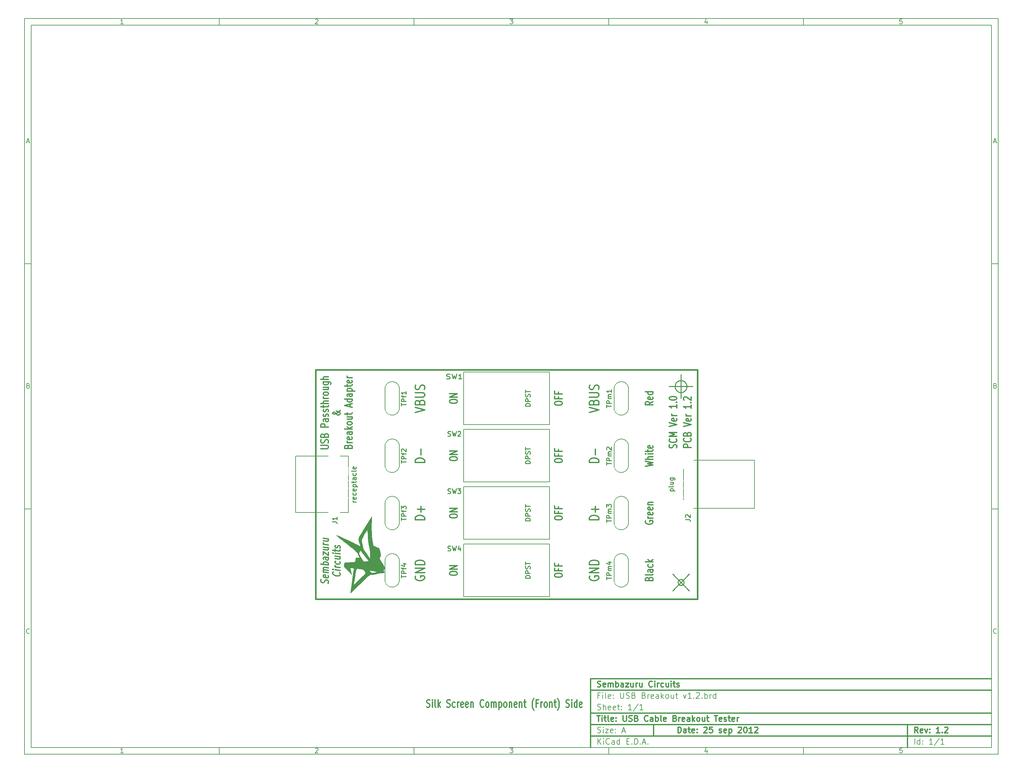
<source format=gto>
G04 (created by PCBNEW-RS274X (2012-01-19 BZR 3256)-stable) date 25/09/2012 17:31:46*
G01*
G70*
G90*
%MOIN*%
G04 Gerber Fmt 3.4, Leading zero omitted, Abs format*
%FSLAX34Y34*%
G04 APERTURE LIST*
%ADD10C,0.006000*%
%ADD11C,0.012000*%
%ADD12C,0.010000*%
%ADD13C,0.015000*%
%ADD14C,0.000100*%
%ADD15C,0.005000*%
%ADD16C,0.002500*%
%ADD17R,0.120000X0.120000*%
%ADD18C,0.120000*%
%ADD19R,0.083200X0.083200*%
%ADD20O,0.086200X0.079100*%
%ADD21C,0.086200*%
%ADD22O,0.148400X0.089400*%
%ADD23C,0.063300*%
%ADD24R,0.086200X0.086200*%
%ADD25C,0.140600*%
%ADD26C,0.143000*%
G04 APERTURE END LIST*
G54D10*
X-30500Y36750D02*
X71500Y36750D01*
X71500Y-40250D01*
X-30500Y-40250D01*
X-30500Y36750D01*
X-29800Y36050D02*
X70800Y36050D01*
X70800Y-39550D01*
X-29800Y-39550D01*
X-29800Y36050D01*
X-10100Y36750D02*
X-10100Y36050D01*
X-20157Y36198D02*
X-20443Y36198D01*
X-20300Y36198D02*
X-20300Y36698D01*
X-20348Y36626D01*
X-20395Y36579D01*
X-20443Y36555D01*
X-10100Y-40250D02*
X-10100Y-39550D01*
X-20157Y-40102D02*
X-20443Y-40102D01*
X-20300Y-40102D02*
X-20300Y-39602D01*
X-20348Y-39674D01*
X-20395Y-39721D01*
X-20443Y-39745D01*
X10300Y36750D02*
X10300Y36050D01*
X-00043Y36650D02*
X-00019Y36674D01*
X00029Y36698D01*
X00148Y36698D01*
X00195Y36674D01*
X00219Y36650D01*
X00243Y36602D01*
X00243Y36555D01*
X00219Y36483D01*
X-00067Y36198D01*
X00243Y36198D01*
X10300Y-40250D02*
X10300Y-39550D01*
X-00043Y-39650D02*
X-00019Y-39626D01*
X00029Y-39602D01*
X00148Y-39602D01*
X00195Y-39626D01*
X00219Y-39650D01*
X00243Y-39698D01*
X00243Y-39745D01*
X00219Y-39817D01*
X-00067Y-40102D01*
X00243Y-40102D01*
X30700Y36750D02*
X30700Y36050D01*
X20333Y36698D02*
X20643Y36698D01*
X20476Y36507D01*
X20548Y36507D01*
X20595Y36483D01*
X20619Y36460D01*
X20643Y36412D01*
X20643Y36293D01*
X20619Y36245D01*
X20595Y36221D01*
X20548Y36198D01*
X20405Y36198D01*
X20357Y36221D01*
X20333Y36245D01*
X30700Y-40250D02*
X30700Y-39550D01*
X20333Y-39602D02*
X20643Y-39602D01*
X20476Y-39793D01*
X20548Y-39793D01*
X20595Y-39817D01*
X20619Y-39840D01*
X20643Y-39888D01*
X20643Y-40007D01*
X20619Y-40055D01*
X20595Y-40079D01*
X20548Y-40102D01*
X20405Y-40102D01*
X20357Y-40079D01*
X20333Y-40055D01*
X51100Y36750D02*
X51100Y36050D01*
X40995Y36531D02*
X40995Y36198D01*
X40876Y36721D02*
X40757Y36364D01*
X41067Y36364D01*
X51100Y-40250D02*
X51100Y-39550D01*
X40995Y-39769D02*
X40995Y-40102D01*
X40876Y-39579D02*
X40757Y-39936D01*
X41067Y-39936D01*
X61419Y36698D02*
X61181Y36698D01*
X61157Y36460D01*
X61181Y36483D01*
X61229Y36507D01*
X61348Y36507D01*
X61395Y36483D01*
X61419Y36460D01*
X61443Y36412D01*
X61443Y36293D01*
X61419Y36245D01*
X61395Y36221D01*
X61348Y36198D01*
X61229Y36198D01*
X61181Y36221D01*
X61157Y36245D01*
X61419Y-39602D02*
X61181Y-39602D01*
X61157Y-39840D01*
X61181Y-39817D01*
X61229Y-39793D01*
X61348Y-39793D01*
X61395Y-39817D01*
X61419Y-39840D01*
X61443Y-39888D01*
X61443Y-40007D01*
X61419Y-40055D01*
X61395Y-40079D01*
X61348Y-40102D01*
X61229Y-40102D01*
X61181Y-40079D01*
X61157Y-40055D01*
X-30500Y11090D02*
X-29800Y11090D01*
X-30269Y23860D02*
X-30031Y23860D01*
X-30316Y23718D02*
X-30150Y24218D01*
X-29983Y23718D01*
X71500Y11090D02*
X70800Y11090D01*
X71031Y23860D02*
X71269Y23860D01*
X70984Y23718D02*
X71150Y24218D01*
X71317Y23718D01*
X-30500Y-14570D02*
X-29800Y-14570D01*
X-30114Y-01680D02*
X-30043Y-01704D01*
X-30019Y-01728D01*
X-29995Y-01776D01*
X-29995Y-01847D01*
X-30019Y-01895D01*
X-30043Y-01919D01*
X-30090Y-01942D01*
X-30281Y-01942D01*
X-30281Y-01442D01*
X-30114Y-01442D01*
X-30067Y-01466D01*
X-30043Y-01490D01*
X-30019Y-01538D01*
X-30019Y-01585D01*
X-30043Y-01633D01*
X-30067Y-01657D01*
X-30114Y-01680D01*
X-30281Y-01680D01*
X71500Y-14570D02*
X70800Y-14570D01*
X71186Y-01680D02*
X71257Y-01704D01*
X71281Y-01728D01*
X71305Y-01776D01*
X71305Y-01847D01*
X71281Y-01895D01*
X71257Y-01919D01*
X71210Y-01942D01*
X71019Y-01942D01*
X71019Y-01442D01*
X71186Y-01442D01*
X71233Y-01466D01*
X71257Y-01490D01*
X71281Y-01538D01*
X71281Y-01585D01*
X71257Y-01633D01*
X71233Y-01657D01*
X71186Y-01680D01*
X71019Y-01680D01*
X-29995Y-27555D02*
X-30019Y-27579D01*
X-30090Y-27602D01*
X-30138Y-27602D01*
X-30210Y-27579D01*
X-30257Y-27531D01*
X-30281Y-27483D01*
X-30305Y-27388D01*
X-30305Y-27317D01*
X-30281Y-27221D01*
X-30257Y-27174D01*
X-30210Y-27126D01*
X-30138Y-27102D01*
X-30090Y-27102D01*
X-30019Y-27126D01*
X-29995Y-27150D01*
X71305Y-27555D02*
X71281Y-27579D01*
X71210Y-27602D01*
X71162Y-27602D01*
X71090Y-27579D01*
X71043Y-27531D01*
X71019Y-27483D01*
X70995Y-27388D01*
X70995Y-27317D01*
X71019Y-27221D01*
X71043Y-27174D01*
X71090Y-27126D01*
X71162Y-27102D01*
X71210Y-27102D01*
X71281Y-27126D01*
X71305Y-27150D01*
G54D11*
X37943Y-37993D02*
X37943Y-37393D01*
X38086Y-37393D01*
X38171Y-37421D01*
X38229Y-37479D01*
X38257Y-37536D01*
X38286Y-37650D01*
X38286Y-37736D01*
X38257Y-37850D01*
X38229Y-37907D01*
X38171Y-37964D01*
X38086Y-37993D01*
X37943Y-37993D01*
X38800Y-37993D02*
X38800Y-37679D01*
X38771Y-37621D01*
X38714Y-37593D01*
X38600Y-37593D01*
X38543Y-37621D01*
X38800Y-37964D02*
X38743Y-37993D01*
X38600Y-37993D01*
X38543Y-37964D01*
X38514Y-37907D01*
X38514Y-37850D01*
X38543Y-37793D01*
X38600Y-37764D01*
X38743Y-37764D01*
X38800Y-37736D01*
X39000Y-37593D02*
X39229Y-37593D01*
X39086Y-37393D02*
X39086Y-37907D01*
X39114Y-37964D01*
X39172Y-37993D01*
X39229Y-37993D01*
X39657Y-37964D02*
X39600Y-37993D01*
X39486Y-37993D01*
X39429Y-37964D01*
X39400Y-37907D01*
X39400Y-37679D01*
X39429Y-37621D01*
X39486Y-37593D01*
X39600Y-37593D01*
X39657Y-37621D01*
X39686Y-37679D01*
X39686Y-37736D01*
X39400Y-37793D01*
X39943Y-37936D02*
X39971Y-37964D01*
X39943Y-37993D01*
X39914Y-37964D01*
X39943Y-37936D01*
X39943Y-37993D01*
X39943Y-37621D02*
X39971Y-37650D01*
X39943Y-37679D01*
X39914Y-37650D01*
X39943Y-37621D01*
X39943Y-37679D01*
X40657Y-37450D02*
X40686Y-37421D01*
X40743Y-37393D01*
X40886Y-37393D01*
X40943Y-37421D01*
X40972Y-37450D01*
X41000Y-37507D01*
X41000Y-37564D01*
X40972Y-37650D01*
X40629Y-37993D01*
X41000Y-37993D01*
X41543Y-37393D02*
X41257Y-37393D01*
X41228Y-37679D01*
X41257Y-37650D01*
X41314Y-37621D01*
X41457Y-37621D01*
X41514Y-37650D01*
X41543Y-37679D01*
X41571Y-37736D01*
X41571Y-37879D01*
X41543Y-37936D01*
X41514Y-37964D01*
X41457Y-37993D01*
X41314Y-37993D01*
X41257Y-37964D01*
X41228Y-37936D01*
X42256Y-37964D02*
X42313Y-37993D01*
X42428Y-37993D01*
X42485Y-37964D01*
X42513Y-37907D01*
X42513Y-37879D01*
X42485Y-37821D01*
X42428Y-37793D01*
X42342Y-37793D01*
X42285Y-37764D01*
X42256Y-37707D01*
X42256Y-37679D01*
X42285Y-37621D01*
X42342Y-37593D01*
X42428Y-37593D01*
X42485Y-37621D01*
X42999Y-37964D02*
X42942Y-37993D01*
X42828Y-37993D01*
X42771Y-37964D01*
X42742Y-37907D01*
X42742Y-37679D01*
X42771Y-37621D01*
X42828Y-37593D01*
X42942Y-37593D01*
X42999Y-37621D01*
X43028Y-37679D01*
X43028Y-37736D01*
X42742Y-37793D01*
X43285Y-37593D02*
X43285Y-38193D01*
X43285Y-37621D02*
X43342Y-37593D01*
X43456Y-37593D01*
X43513Y-37621D01*
X43542Y-37650D01*
X43571Y-37707D01*
X43571Y-37879D01*
X43542Y-37936D01*
X43513Y-37964D01*
X43456Y-37993D01*
X43342Y-37993D01*
X43285Y-37964D01*
X44256Y-37450D02*
X44285Y-37421D01*
X44342Y-37393D01*
X44485Y-37393D01*
X44542Y-37421D01*
X44571Y-37450D01*
X44599Y-37507D01*
X44599Y-37564D01*
X44571Y-37650D01*
X44228Y-37993D01*
X44599Y-37993D01*
X44970Y-37393D02*
X45027Y-37393D01*
X45084Y-37421D01*
X45113Y-37450D01*
X45142Y-37507D01*
X45170Y-37621D01*
X45170Y-37764D01*
X45142Y-37879D01*
X45113Y-37936D01*
X45084Y-37964D01*
X45027Y-37993D01*
X44970Y-37993D01*
X44913Y-37964D01*
X44884Y-37936D01*
X44856Y-37879D01*
X44827Y-37764D01*
X44827Y-37621D01*
X44856Y-37507D01*
X44884Y-37450D01*
X44913Y-37421D01*
X44970Y-37393D01*
X45741Y-37993D02*
X45398Y-37993D01*
X45570Y-37993D02*
X45570Y-37393D01*
X45513Y-37479D01*
X45455Y-37536D01*
X45398Y-37564D01*
X45969Y-37450D02*
X45998Y-37421D01*
X46055Y-37393D01*
X46198Y-37393D01*
X46255Y-37421D01*
X46284Y-37450D01*
X46312Y-37507D01*
X46312Y-37564D01*
X46284Y-37650D01*
X45941Y-37993D01*
X46312Y-37993D01*
G54D10*
X29543Y-39193D02*
X29543Y-38593D01*
X29886Y-39193D02*
X29629Y-38850D01*
X29886Y-38593D02*
X29543Y-38936D01*
X30143Y-39193D02*
X30143Y-38793D01*
X30143Y-38593D02*
X30114Y-38621D01*
X30143Y-38650D01*
X30171Y-38621D01*
X30143Y-38593D01*
X30143Y-38650D01*
X30772Y-39136D02*
X30743Y-39164D01*
X30657Y-39193D01*
X30600Y-39193D01*
X30515Y-39164D01*
X30457Y-39107D01*
X30429Y-39050D01*
X30400Y-38936D01*
X30400Y-38850D01*
X30429Y-38736D01*
X30457Y-38679D01*
X30515Y-38621D01*
X30600Y-38593D01*
X30657Y-38593D01*
X30743Y-38621D01*
X30772Y-38650D01*
X31286Y-39193D02*
X31286Y-38879D01*
X31257Y-38821D01*
X31200Y-38793D01*
X31086Y-38793D01*
X31029Y-38821D01*
X31286Y-39164D02*
X31229Y-39193D01*
X31086Y-39193D01*
X31029Y-39164D01*
X31000Y-39107D01*
X31000Y-39050D01*
X31029Y-38993D01*
X31086Y-38964D01*
X31229Y-38964D01*
X31286Y-38936D01*
X31829Y-39193D02*
X31829Y-38593D01*
X31829Y-39164D02*
X31772Y-39193D01*
X31658Y-39193D01*
X31600Y-39164D01*
X31572Y-39136D01*
X31543Y-39079D01*
X31543Y-38907D01*
X31572Y-38850D01*
X31600Y-38821D01*
X31658Y-38793D01*
X31772Y-38793D01*
X31829Y-38821D01*
X32572Y-38879D02*
X32772Y-38879D01*
X32858Y-39193D02*
X32572Y-39193D01*
X32572Y-38593D01*
X32858Y-38593D01*
X33115Y-39136D02*
X33143Y-39164D01*
X33115Y-39193D01*
X33086Y-39164D01*
X33115Y-39136D01*
X33115Y-39193D01*
X33401Y-39193D02*
X33401Y-38593D01*
X33544Y-38593D01*
X33629Y-38621D01*
X33687Y-38679D01*
X33715Y-38736D01*
X33744Y-38850D01*
X33744Y-38936D01*
X33715Y-39050D01*
X33687Y-39107D01*
X33629Y-39164D01*
X33544Y-39193D01*
X33401Y-39193D01*
X34001Y-39136D02*
X34029Y-39164D01*
X34001Y-39193D01*
X33972Y-39164D01*
X34001Y-39136D01*
X34001Y-39193D01*
X34258Y-39021D02*
X34544Y-39021D01*
X34201Y-39193D02*
X34401Y-38593D01*
X34601Y-39193D01*
X34801Y-39136D02*
X34829Y-39164D01*
X34801Y-39193D01*
X34772Y-39164D01*
X34801Y-39136D01*
X34801Y-39193D01*
G54D11*
X63086Y-37993D02*
X62886Y-37707D01*
X62743Y-37993D02*
X62743Y-37393D01*
X62971Y-37393D01*
X63029Y-37421D01*
X63057Y-37450D01*
X63086Y-37507D01*
X63086Y-37593D01*
X63057Y-37650D01*
X63029Y-37679D01*
X62971Y-37707D01*
X62743Y-37707D01*
X63571Y-37964D02*
X63514Y-37993D01*
X63400Y-37993D01*
X63343Y-37964D01*
X63314Y-37907D01*
X63314Y-37679D01*
X63343Y-37621D01*
X63400Y-37593D01*
X63514Y-37593D01*
X63571Y-37621D01*
X63600Y-37679D01*
X63600Y-37736D01*
X63314Y-37793D01*
X63800Y-37593D02*
X63943Y-37993D01*
X64085Y-37593D01*
X64314Y-37936D02*
X64342Y-37964D01*
X64314Y-37993D01*
X64285Y-37964D01*
X64314Y-37936D01*
X64314Y-37993D01*
X64314Y-37621D02*
X64342Y-37650D01*
X64314Y-37679D01*
X64285Y-37650D01*
X64314Y-37621D01*
X64314Y-37679D01*
X65371Y-37993D02*
X65028Y-37993D01*
X65200Y-37993D02*
X65200Y-37393D01*
X65143Y-37479D01*
X65085Y-37536D01*
X65028Y-37564D01*
X65628Y-37936D02*
X65656Y-37964D01*
X65628Y-37993D01*
X65599Y-37964D01*
X65628Y-37936D01*
X65628Y-37993D01*
X65885Y-37450D02*
X65914Y-37421D01*
X65971Y-37393D01*
X66114Y-37393D01*
X66171Y-37421D01*
X66200Y-37450D01*
X66228Y-37507D01*
X66228Y-37564D01*
X66200Y-37650D01*
X65857Y-37993D01*
X66228Y-37993D01*
G54D10*
X29514Y-37964D02*
X29600Y-37993D01*
X29743Y-37993D01*
X29800Y-37964D01*
X29829Y-37936D01*
X29857Y-37879D01*
X29857Y-37821D01*
X29829Y-37764D01*
X29800Y-37736D01*
X29743Y-37707D01*
X29629Y-37679D01*
X29571Y-37650D01*
X29543Y-37621D01*
X29514Y-37564D01*
X29514Y-37507D01*
X29543Y-37450D01*
X29571Y-37421D01*
X29629Y-37393D01*
X29771Y-37393D01*
X29857Y-37421D01*
X30114Y-37993D02*
X30114Y-37593D01*
X30114Y-37393D02*
X30085Y-37421D01*
X30114Y-37450D01*
X30142Y-37421D01*
X30114Y-37393D01*
X30114Y-37450D01*
X30343Y-37593D02*
X30657Y-37593D01*
X30343Y-37993D01*
X30657Y-37993D01*
X31114Y-37964D02*
X31057Y-37993D01*
X30943Y-37993D01*
X30886Y-37964D01*
X30857Y-37907D01*
X30857Y-37679D01*
X30886Y-37621D01*
X30943Y-37593D01*
X31057Y-37593D01*
X31114Y-37621D01*
X31143Y-37679D01*
X31143Y-37736D01*
X30857Y-37793D01*
X31400Y-37936D02*
X31428Y-37964D01*
X31400Y-37993D01*
X31371Y-37964D01*
X31400Y-37936D01*
X31400Y-37993D01*
X31400Y-37621D02*
X31428Y-37650D01*
X31400Y-37679D01*
X31371Y-37650D01*
X31400Y-37621D01*
X31400Y-37679D01*
X32114Y-37821D02*
X32400Y-37821D01*
X32057Y-37993D02*
X32257Y-37393D01*
X32457Y-37993D01*
X62743Y-39193D02*
X62743Y-38593D01*
X63286Y-39193D02*
X63286Y-38593D01*
X63286Y-39164D02*
X63229Y-39193D01*
X63115Y-39193D01*
X63057Y-39164D01*
X63029Y-39136D01*
X63000Y-39079D01*
X63000Y-38907D01*
X63029Y-38850D01*
X63057Y-38821D01*
X63115Y-38793D01*
X63229Y-38793D01*
X63286Y-38821D01*
X63572Y-39136D02*
X63600Y-39164D01*
X63572Y-39193D01*
X63543Y-39164D01*
X63572Y-39136D01*
X63572Y-39193D01*
X63572Y-38821D02*
X63600Y-38850D01*
X63572Y-38879D01*
X63543Y-38850D01*
X63572Y-38821D01*
X63572Y-38879D01*
X64629Y-39193D02*
X64286Y-39193D01*
X64458Y-39193D02*
X64458Y-38593D01*
X64401Y-38679D01*
X64343Y-38736D01*
X64286Y-38764D01*
X65314Y-38564D02*
X64800Y-39336D01*
X65829Y-39193D02*
X65486Y-39193D01*
X65658Y-39193D02*
X65658Y-38593D01*
X65601Y-38679D01*
X65543Y-38736D01*
X65486Y-38764D01*
G54D11*
X29457Y-36193D02*
X29800Y-36193D01*
X29629Y-36793D02*
X29629Y-36193D01*
X30000Y-36793D02*
X30000Y-36393D01*
X30000Y-36193D02*
X29971Y-36221D01*
X30000Y-36250D01*
X30028Y-36221D01*
X30000Y-36193D01*
X30000Y-36250D01*
X30200Y-36393D02*
X30429Y-36393D01*
X30286Y-36193D02*
X30286Y-36707D01*
X30314Y-36764D01*
X30372Y-36793D01*
X30429Y-36793D01*
X30715Y-36793D02*
X30657Y-36764D01*
X30629Y-36707D01*
X30629Y-36193D01*
X31171Y-36764D02*
X31114Y-36793D01*
X31000Y-36793D01*
X30943Y-36764D01*
X30914Y-36707D01*
X30914Y-36479D01*
X30943Y-36421D01*
X31000Y-36393D01*
X31114Y-36393D01*
X31171Y-36421D01*
X31200Y-36479D01*
X31200Y-36536D01*
X30914Y-36593D01*
X31457Y-36736D02*
X31485Y-36764D01*
X31457Y-36793D01*
X31428Y-36764D01*
X31457Y-36736D01*
X31457Y-36793D01*
X31457Y-36421D02*
X31485Y-36450D01*
X31457Y-36479D01*
X31428Y-36450D01*
X31457Y-36421D01*
X31457Y-36479D01*
X32200Y-36193D02*
X32200Y-36679D01*
X32228Y-36736D01*
X32257Y-36764D01*
X32314Y-36793D01*
X32428Y-36793D01*
X32486Y-36764D01*
X32514Y-36736D01*
X32543Y-36679D01*
X32543Y-36193D01*
X32800Y-36764D02*
X32886Y-36793D01*
X33029Y-36793D01*
X33086Y-36764D01*
X33115Y-36736D01*
X33143Y-36679D01*
X33143Y-36621D01*
X33115Y-36564D01*
X33086Y-36536D01*
X33029Y-36507D01*
X32915Y-36479D01*
X32857Y-36450D01*
X32829Y-36421D01*
X32800Y-36364D01*
X32800Y-36307D01*
X32829Y-36250D01*
X32857Y-36221D01*
X32915Y-36193D01*
X33057Y-36193D01*
X33143Y-36221D01*
X33600Y-36479D02*
X33686Y-36507D01*
X33714Y-36536D01*
X33743Y-36593D01*
X33743Y-36679D01*
X33714Y-36736D01*
X33686Y-36764D01*
X33628Y-36793D01*
X33400Y-36793D01*
X33400Y-36193D01*
X33600Y-36193D01*
X33657Y-36221D01*
X33686Y-36250D01*
X33714Y-36307D01*
X33714Y-36364D01*
X33686Y-36421D01*
X33657Y-36450D01*
X33600Y-36479D01*
X33400Y-36479D01*
X34800Y-36736D02*
X34771Y-36764D01*
X34685Y-36793D01*
X34628Y-36793D01*
X34543Y-36764D01*
X34485Y-36707D01*
X34457Y-36650D01*
X34428Y-36536D01*
X34428Y-36450D01*
X34457Y-36336D01*
X34485Y-36279D01*
X34543Y-36221D01*
X34628Y-36193D01*
X34685Y-36193D01*
X34771Y-36221D01*
X34800Y-36250D01*
X35314Y-36793D02*
X35314Y-36479D01*
X35285Y-36421D01*
X35228Y-36393D01*
X35114Y-36393D01*
X35057Y-36421D01*
X35314Y-36764D02*
X35257Y-36793D01*
X35114Y-36793D01*
X35057Y-36764D01*
X35028Y-36707D01*
X35028Y-36650D01*
X35057Y-36593D01*
X35114Y-36564D01*
X35257Y-36564D01*
X35314Y-36536D01*
X35600Y-36793D02*
X35600Y-36193D01*
X35600Y-36421D02*
X35657Y-36393D01*
X35771Y-36393D01*
X35828Y-36421D01*
X35857Y-36450D01*
X35886Y-36507D01*
X35886Y-36679D01*
X35857Y-36736D01*
X35828Y-36764D01*
X35771Y-36793D01*
X35657Y-36793D01*
X35600Y-36764D01*
X36229Y-36793D02*
X36171Y-36764D01*
X36143Y-36707D01*
X36143Y-36193D01*
X36685Y-36764D02*
X36628Y-36793D01*
X36514Y-36793D01*
X36457Y-36764D01*
X36428Y-36707D01*
X36428Y-36479D01*
X36457Y-36421D01*
X36514Y-36393D01*
X36628Y-36393D01*
X36685Y-36421D01*
X36714Y-36479D01*
X36714Y-36536D01*
X36428Y-36593D01*
X37628Y-36479D02*
X37714Y-36507D01*
X37742Y-36536D01*
X37771Y-36593D01*
X37771Y-36679D01*
X37742Y-36736D01*
X37714Y-36764D01*
X37656Y-36793D01*
X37428Y-36793D01*
X37428Y-36193D01*
X37628Y-36193D01*
X37685Y-36221D01*
X37714Y-36250D01*
X37742Y-36307D01*
X37742Y-36364D01*
X37714Y-36421D01*
X37685Y-36450D01*
X37628Y-36479D01*
X37428Y-36479D01*
X38028Y-36793D02*
X38028Y-36393D01*
X38028Y-36507D02*
X38056Y-36450D01*
X38085Y-36421D01*
X38142Y-36393D01*
X38199Y-36393D01*
X38627Y-36764D02*
X38570Y-36793D01*
X38456Y-36793D01*
X38399Y-36764D01*
X38370Y-36707D01*
X38370Y-36479D01*
X38399Y-36421D01*
X38456Y-36393D01*
X38570Y-36393D01*
X38627Y-36421D01*
X38656Y-36479D01*
X38656Y-36536D01*
X38370Y-36593D01*
X39170Y-36793D02*
X39170Y-36479D01*
X39141Y-36421D01*
X39084Y-36393D01*
X38970Y-36393D01*
X38913Y-36421D01*
X39170Y-36764D02*
X39113Y-36793D01*
X38970Y-36793D01*
X38913Y-36764D01*
X38884Y-36707D01*
X38884Y-36650D01*
X38913Y-36593D01*
X38970Y-36564D01*
X39113Y-36564D01*
X39170Y-36536D01*
X39456Y-36793D02*
X39456Y-36193D01*
X39513Y-36564D02*
X39684Y-36793D01*
X39684Y-36393D02*
X39456Y-36621D01*
X40028Y-36793D02*
X39970Y-36764D01*
X39942Y-36736D01*
X39913Y-36679D01*
X39913Y-36507D01*
X39942Y-36450D01*
X39970Y-36421D01*
X40028Y-36393D01*
X40113Y-36393D01*
X40170Y-36421D01*
X40199Y-36450D01*
X40228Y-36507D01*
X40228Y-36679D01*
X40199Y-36736D01*
X40170Y-36764D01*
X40113Y-36793D01*
X40028Y-36793D01*
X40742Y-36393D02*
X40742Y-36793D01*
X40485Y-36393D02*
X40485Y-36707D01*
X40513Y-36764D01*
X40571Y-36793D01*
X40656Y-36793D01*
X40713Y-36764D01*
X40742Y-36736D01*
X40942Y-36393D02*
X41171Y-36393D01*
X41028Y-36193D02*
X41028Y-36707D01*
X41056Y-36764D01*
X41114Y-36793D01*
X41171Y-36793D01*
X41742Y-36193D02*
X42085Y-36193D01*
X41914Y-36793D02*
X41914Y-36193D01*
X42513Y-36764D02*
X42456Y-36793D01*
X42342Y-36793D01*
X42285Y-36764D01*
X42256Y-36707D01*
X42256Y-36479D01*
X42285Y-36421D01*
X42342Y-36393D01*
X42456Y-36393D01*
X42513Y-36421D01*
X42542Y-36479D01*
X42542Y-36536D01*
X42256Y-36593D01*
X42770Y-36764D02*
X42827Y-36793D01*
X42942Y-36793D01*
X42999Y-36764D01*
X43027Y-36707D01*
X43027Y-36679D01*
X42999Y-36621D01*
X42942Y-36593D01*
X42856Y-36593D01*
X42799Y-36564D01*
X42770Y-36507D01*
X42770Y-36479D01*
X42799Y-36421D01*
X42856Y-36393D01*
X42942Y-36393D01*
X42999Y-36421D01*
X43199Y-36393D02*
X43428Y-36393D01*
X43285Y-36193D02*
X43285Y-36707D01*
X43313Y-36764D01*
X43371Y-36793D01*
X43428Y-36793D01*
X43856Y-36764D02*
X43799Y-36793D01*
X43685Y-36793D01*
X43628Y-36764D01*
X43599Y-36707D01*
X43599Y-36479D01*
X43628Y-36421D01*
X43685Y-36393D01*
X43799Y-36393D01*
X43856Y-36421D01*
X43885Y-36479D01*
X43885Y-36536D01*
X43599Y-36593D01*
X44142Y-36793D02*
X44142Y-36393D01*
X44142Y-36507D02*
X44170Y-36450D01*
X44199Y-36421D01*
X44256Y-36393D01*
X44313Y-36393D01*
G54D10*
X29743Y-34079D02*
X29543Y-34079D01*
X29543Y-34393D02*
X29543Y-33793D01*
X29829Y-33793D01*
X30057Y-34393D02*
X30057Y-33993D01*
X30057Y-33793D02*
X30028Y-33821D01*
X30057Y-33850D01*
X30085Y-33821D01*
X30057Y-33793D01*
X30057Y-33850D01*
X30429Y-34393D02*
X30371Y-34364D01*
X30343Y-34307D01*
X30343Y-33793D01*
X30885Y-34364D02*
X30828Y-34393D01*
X30714Y-34393D01*
X30657Y-34364D01*
X30628Y-34307D01*
X30628Y-34079D01*
X30657Y-34021D01*
X30714Y-33993D01*
X30828Y-33993D01*
X30885Y-34021D01*
X30914Y-34079D01*
X30914Y-34136D01*
X30628Y-34193D01*
X31171Y-34336D02*
X31199Y-34364D01*
X31171Y-34393D01*
X31142Y-34364D01*
X31171Y-34336D01*
X31171Y-34393D01*
X31171Y-34021D02*
X31199Y-34050D01*
X31171Y-34079D01*
X31142Y-34050D01*
X31171Y-34021D01*
X31171Y-34079D01*
X31914Y-33793D02*
X31914Y-34279D01*
X31942Y-34336D01*
X31971Y-34364D01*
X32028Y-34393D01*
X32142Y-34393D01*
X32200Y-34364D01*
X32228Y-34336D01*
X32257Y-34279D01*
X32257Y-33793D01*
X32514Y-34364D02*
X32600Y-34393D01*
X32743Y-34393D01*
X32800Y-34364D01*
X32829Y-34336D01*
X32857Y-34279D01*
X32857Y-34221D01*
X32829Y-34164D01*
X32800Y-34136D01*
X32743Y-34107D01*
X32629Y-34079D01*
X32571Y-34050D01*
X32543Y-34021D01*
X32514Y-33964D01*
X32514Y-33907D01*
X32543Y-33850D01*
X32571Y-33821D01*
X32629Y-33793D01*
X32771Y-33793D01*
X32857Y-33821D01*
X33314Y-34079D02*
X33400Y-34107D01*
X33428Y-34136D01*
X33457Y-34193D01*
X33457Y-34279D01*
X33428Y-34336D01*
X33400Y-34364D01*
X33342Y-34393D01*
X33114Y-34393D01*
X33114Y-33793D01*
X33314Y-33793D01*
X33371Y-33821D01*
X33400Y-33850D01*
X33428Y-33907D01*
X33428Y-33964D01*
X33400Y-34021D01*
X33371Y-34050D01*
X33314Y-34079D01*
X33114Y-34079D01*
X34371Y-34079D02*
X34457Y-34107D01*
X34485Y-34136D01*
X34514Y-34193D01*
X34514Y-34279D01*
X34485Y-34336D01*
X34457Y-34364D01*
X34399Y-34393D01*
X34171Y-34393D01*
X34171Y-33793D01*
X34371Y-33793D01*
X34428Y-33821D01*
X34457Y-33850D01*
X34485Y-33907D01*
X34485Y-33964D01*
X34457Y-34021D01*
X34428Y-34050D01*
X34371Y-34079D01*
X34171Y-34079D01*
X34771Y-34393D02*
X34771Y-33993D01*
X34771Y-34107D02*
X34799Y-34050D01*
X34828Y-34021D01*
X34885Y-33993D01*
X34942Y-33993D01*
X35370Y-34364D02*
X35313Y-34393D01*
X35199Y-34393D01*
X35142Y-34364D01*
X35113Y-34307D01*
X35113Y-34079D01*
X35142Y-34021D01*
X35199Y-33993D01*
X35313Y-33993D01*
X35370Y-34021D01*
X35399Y-34079D01*
X35399Y-34136D01*
X35113Y-34193D01*
X35913Y-34393D02*
X35913Y-34079D01*
X35884Y-34021D01*
X35827Y-33993D01*
X35713Y-33993D01*
X35656Y-34021D01*
X35913Y-34364D02*
X35856Y-34393D01*
X35713Y-34393D01*
X35656Y-34364D01*
X35627Y-34307D01*
X35627Y-34250D01*
X35656Y-34193D01*
X35713Y-34164D01*
X35856Y-34164D01*
X35913Y-34136D01*
X36199Y-34393D02*
X36199Y-33793D01*
X36256Y-34164D02*
X36427Y-34393D01*
X36427Y-33993D02*
X36199Y-34221D01*
X36771Y-34393D02*
X36713Y-34364D01*
X36685Y-34336D01*
X36656Y-34279D01*
X36656Y-34107D01*
X36685Y-34050D01*
X36713Y-34021D01*
X36771Y-33993D01*
X36856Y-33993D01*
X36913Y-34021D01*
X36942Y-34050D01*
X36971Y-34107D01*
X36971Y-34279D01*
X36942Y-34336D01*
X36913Y-34364D01*
X36856Y-34393D01*
X36771Y-34393D01*
X37485Y-33993D02*
X37485Y-34393D01*
X37228Y-33993D02*
X37228Y-34307D01*
X37256Y-34364D01*
X37314Y-34393D01*
X37399Y-34393D01*
X37456Y-34364D01*
X37485Y-34336D01*
X37685Y-33993D02*
X37914Y-33993D01*
X37771Y-33793D02*
X37771Y-34307D01*
X37799Y-34364D01*
X37857Y-34393D01*
X37914Y-34393D01*
X38514Y-33993D02*
X38657Y-34393D01*
X38799Y-33993D01*
X39342Y-34393D02*
X38999Y-34393D01*
X39171Y-34393D02*
X39171Y-33793D01*
X39114Y-33879D01*
X39056Y-33936D01*
X38999Y-33964D01*
X39599Y-34336D02*
X39627Y-34364D01*
X39599Y-34393D01*
X39570Y-34364D01*
X39599Y-34336D01*
X39599Y-34393D01*
X39856Y-33850D02*
X39885Y-33821D01*
X39942Y-33793D01*
X40085Y-33793D01*
X40142Y-33821D01*
X40171Y-33850D01*
X40199Y-33907D01*
X40199Y-33964D01*
X40171Y-34050D01*
X39828Y-34393D01*
X40199Y-34393D01*
X40456Y-34336D02*
X40484Y-34364D01*
X40456Y-34393D01*
X40427Y-34364D01*
X40456Y-34336D01*
X40456Y-34393D01*
X40742Y-34393D02*
X40742Y-33793D01*
X40742Y-34021D02*
X40799Y-33993D01*
X40913Y-33993D01*
X40970Y-34021D01*
X40999Y-34050D01*
X41028Y-34107D01*
X41028Y-34279D01*
X40999Y-34336D01*
X40970Y-34364D01*
X40913Y-34393D01*
X40799Y-34393D01*
X40742Y-34364D01*
X41285Y-34393D02*
X41285Y-33993D01*
X41285Y-34107D02*
X41313Y-34050D01*
X41342Y-34021D01*
X41399Y-33993D01*
X41456Y-33993D01*
X41913Y-34393D02*
X41913Y-33793D01*
X41913Y-34364D02*
X41856Y-34393D01*
X41742Y-34393D01*
X41684Y-34364D01*
X41656Y-34336D01*
X41627Y-34279D01*
X41627Y-34107D01*
X41656Y-34050D01*
X41684Y-34021D01*
X41742Y-33993D01*
X41856Y-33993D01*
X41913Y-34021D01*
X29514Y-35564D02*
X29600Y-35593D01*
X29743Y-35593D01*
X29800Y-35564D01*
X29829Y-35536D01*
X29857Y-35479D01*
X29857Y-35421D01*
X29829Y-35364D01*
X29800Y-35336D01*
X29743Y-35307D01*
X29629Y-35279D01*
X29571Y-35250D01*
X29543Y-35221D01*
X29514Y-35164D01*
X29514Y-35107D01*
X29543Y-35050D01*
X29571Y-35021D01*
X29629Y-34993D01*
X29771Y-34993D01*
X29857Y-35021D01*
X30114Y-35593D02*
X30114Y-34993D01*
X30371Y-35593D02*
X30371Y-35279D01*
X30342Y-35221D01*
X30285Y-35193D01*
X30200Y-35193D01*
X30142Y-35221D01*
X30114Y-35250D01*
X30885Y-35564D02*
X30828Y-35593D01*
X30714Y-35593D01*
X30657Y-35564D01*
X30628Y-35507D01*
X30628Y-35279D01*
X30657Y-35221D01*
X30714Y-35193D01*
X30828Y-35193D01*
X30885Y-35221D01*
X30914Y-35279D01*
X30914Y-35336D01*
X30628Y-35393D01*
X31399Y-35564D02*
X31342Y-35593D01*
X31228Y-35593D01*
X31171Y-35564D01*
X31142Y-35507D01*
X31142Y-35279D01*
X31171Y-35221D01*
X31228Y-35193D01*
X31342Y-35193D01*
X31399Y-35221D01*
X31428Y-35279D01*
X31428Y-35336D01*
X31142Y-35393D01*
X31599Y-35193D02*
X31828Y-35193D01*
X31685Y-34993D02*
X31685Y-35507D01*
X31713Y-35564D01*
X31771Y-35593D01*
X31828Y-35593D01*
X32028Y-35536D02*
X32056Y-35564D01*
X32028Y-35593D01*
X31999Y-35564D01*
X32028Y-35536D01*
X32028Y-35593D01*
X32028Y-35221D02*
X32056Y-35250D01*
X32028Y-35279D01*
X31999Y-35250D01*
X32028Y-35221D01*
X32028Y-35279D01*
X33085Y-35593D02*
X32742Y-35593D01*
X32914Y-35593D02*
X32914Y-34993D01*
X32857Y-35079D01*
X32799Y-35136D01*
X32742Y-35164D01*
X33770Y-34964D02*
X33256Y-35736D01*
X34285Y-35593D02*
X33942Y-35593D01*
X34114Y-35593D02*
X34114Y-34993D01*
X34057Y-35079D01*
X33999Y-35136D01*
X33942Y-35164D01*
G54D11*
X29514Y-33164D02*
X29600Y-33193D01*
X29743Y-33193D01*
X29800Y-33164D01*
X29829Y-33136D01*
X29857Y-33079D01*
X29857Y-33021D01*
X29829Y-32964D01*
X29800Y-32936D01*
X29743Y-32907D01*
X29629Y-32879D01*
X29571Y-32850D01*
X29543Y-32821D01*
X29514Y-32764D01*
X29514Y-32707D01*
X29543Y-32650D01*
X29571Y-32621D01*
X29629Y-32593D01*
X29771Y-32593D01*
X29857Y-32621D01*
X30342Y-33164D02*
X30285Y-33193D01*
X30171Y-33193D01*
X30114Y-33164D01*
X30085Y-33107D01*
X30085Y-32879D01*
X30114Y-32821D01*
X30171Y-32793D01*
X30285Y-32793D01*
X30342Y-32821D01*
X30371Y-32879D01*
X30371Y-32936D01*
X30085Y-32993D01*
X30628Y-33193D02*
X30628Y-32793D01*
X30628Y-32850D02*
X30656Y-32821D01*
X30714Y-32793D01*
X30799Y-32793D01*
X30856Y-32821D01*
X30885Y-32879D01*
X30885Y-33193D01*
X30885Y-32879D02*
X30914Y-32821D01*
X30971Y-32793D01*
X31056Y-32793D01*
X31114Y-32821D01*
X31142Y-32879D01*
X31142Y-33193D01*
X31428Y-33193D02*
X31428Y-32593D01*
X31428Y-32821D02*
X31485Y-32793D01*
X31599Y-32793D01*
X31656Y-32821D01*
X31685Y-32850D01*
X31714Y-32907D01*
X31714Y-33079D01*
X31685Y-33136D01*
X31656Y-33164D01*
X31599Y-33193D01*
X31485Y-33193D01*
X31428Y-33164D01*
X32228Y-33193D02*
X32228Y-32879D01*
X32199Y-32821D01*
X32142Y-32793D01*
X32028Y-32793D01*
X31971Y-32821D01*
X32228Y-33164D02*
X32171Y-33193D01*
X32028Y-33193D01*
X31971Y-33164D01*
X31942Y-33107D01*
X31942Y-33050D01*
X31971Y-32993D01*
X32028Y-32964D01*
X32171Y-32964D01*
X32228Y-32936D01*
X32457Y-32793D02*
X32771Y-32793D01*
X32457Y-33193D01*
X32771Y-33193D01*
X33257Y-32793D02*
X33257Y-33193D01*
X33000Y-32793D02*
X33000Y-33107D01*
X33028Y-33164D01*
X33086Y-33193D01*
X33171Y-33193D01*
X33228Y-33164D01*
X33257Y-33136D01*
X33543Y-33193D02*
X33543Y-32793D01*
X33543Y-32907D02*
X33571Y-32850D01*
X33600Y-32821D01*
X33657Y-32793D01*
X33714Y-32793D01*
X34171Y-32793D02*
X34171Y-33193D01*
X33914Y-32793D02*
X33914Y-33107D01*
X33942Y-33164D01*
X34000Y-33193D01*
X34085Y-33193D01*
X34142Y-33164D01*
X34171Y-33136D01*
X35257Y-33136D02*
X35228Y-33164D01*
X35142Y-33193D01*
X35085Y-33193D01*
X35000Y-33164D01*
X34942Y-33107D01*
X34914Y-33050D01*
X34885Y-32936D01*
X34885Y-32850D01*
X34914Y-32736D01*
X34942Y-32679D01*
X35000Y-32621D01*
X35085Y-32593D01*
X35142Y-32593D01*
X35228Y-32621D01*
X35257Y-32650D01*
X35514Y-33193D02*
X35514Y-32793D01*
X35514Y-32593D02*
X35485Y-32621D01*
X35514Y-32650D01*
X35542Y-32621D01*
X35514Y-32593D01*
X35514Y-32650D01*
X35800Y-33193D02*
X35800Y-32793D01*
X35800Y-32907D02*
X35828Y-32850D01*
X35857Y-32821D01*
X35914Y-32793D01*
X35971Y-32793D01*
X36428Y-33164D02*
X36371Y-33193D01*
X36257Y-33193D01*
X36199Y-33164D01*
X36171Y-33136D01*
X36142Y-33079D01*
X36142Y-32907D01*
X36171Y-32850D01*
X36199Y-32821D01*
X36257Y-32793D01*
X36371Y-32793D01*
X36428Y-32821D01*
X36942Y-32793D02*
X36942Y-33193D01*
X36685Y-32793D02*
X36685Y-33107D01*
X36713Y-33164D01*
X36771Y-33193D01*
X36856Y-33193D01*
X36913Y-33164D01*
X36942Y-33136D01*
X37228Y-33193D02*
X37228Y-32793D01*
X37228Y-32593D02*
X37199Y-32621D01*
X37228Y-32650D01*
X37256Y-32621D01*
X37228Y-32593D01*
X37228Y-32650D01*
X37428Y-32793D02*
X37657Y-32793D01*
X37514Y-32593D02*
X37514Y-33107D01*
X37542Y-33164D01*
X37600Y-33193D01*
X37657Y-33193D01*
X37828Y-33164D02*
X37885Y-33193D01*
X38000Y-33193D01*
X38057Y-33164D01*
X38085Y-33107D01*
X38085Y-33079D01*
X38057Y-33021D01*
X38000Y-32993D01*
X37914Y-32993D01*
X37857Y-32964D01*
X37828Y-32907D01*
X37828Y-32879D01*
X37857Y-32821D01*
X37914Y-32793D01*
X38000Y-32793D01*
X38057Y-32821D01*
X28800Y-32350D02*
X28800Y-39550D01*
X28800Y-33550D02*
X70800Y-33550D01*
X28800Y-32350D02*
X70800Y-32350D01*
X28800Y-35950D02*
X70800Y-35950D01*
X62000Y-37150D02*
X62000Y-39550D01*
X28800Y-38350D02*
X70800Y-38350D01*
X28800Y-37150D02*
X70800Y-37150D01*
X35400Y-37150D02*
X35400Y-38350D01*
X37786Y-08185D02*
X37824Y-08099D01*
X37824Y-07956D01*
X37786Y-07899D01*
X37748Y-07870D01*
X37671Y-07842D01*
X37595Y-07842D01*
X37519Y-07870D01*
X37481Y-07899D01*
X37443Y-07956D01*
X37405Y-08070D01*
X37367Y-08128D01*
X37329Y-08156D01*
X37252Y-08185D01*
X37176Y-08185D01*
X37100Y-08156D01*
X37062Y-08128D01*
X37024Y-08070D01*
X37024Y-07928D01*
X37062Y-07842D01*
X37748Y-07242D02*
X37786Y-07271D01*
X37824Y-07357D01*
X37824Y-07414D01*
X37786Y-07499D01*
X37710Y-07557D01*
X37633Y-07585D01*
X37481Y-07614D01*
X37367Y-07614D01*
X37214Y-07585D01*
X37138Y-07557D01*
X37062Y-07499D01*
X37024Y-07414D01*
X37024Y-07357D01*
X37062Y-07271D01*
X37100Y-07242D01*
X37824Y-06985D02*
X37024Y-06985D01*
X37595Y-06785D01*
X37024Y-06585D01*
X37824Y-06585D01*
X37024Y-05928D02*
X37824Y-05728D01*
X37024Y-05528D01*
X37786Y-05100D02*
X37824Y-05157D01*
X37824Y-05271D01*
X37786Y-05328D01*
X37710Y-05357D01*
X37405Y-05357D01*
X37329Y-05328D01*
X37290Y-05271D01*
X37290Y-05157D01*
X37329Y-05100D01*
X37405Y-05071D01*
X37481Y-05071D01*
X37557Y-05357D01*
X37824Y-04814D02*
X37290Y-04814D01*
X37443Y-04814D02*
X37367Y-04786D01*
X37329Y-04757D01*
X37290Y-04700D01*
X37290Y-04643D01*
X37824Y-03672D02*
X37824Y-04015D01*
X37824Y-03843D02*
X37024Y-03843D01*
X37138Y-03900D01*
X37214Y-03958D01*
X37252Y-04015D01*
X37748Y-03415D02*
X37786Y-03387D01*
X37824Y-03415D01*
X37786Y-03444D01*
X37748Y-03415D01*
X37824Y-03415D01*
X37024Y-03015D02*
X37024Y-02958D01*
X37062Y-02901D01*
X37100Y-02872D01*
X37176Y-02843D01*
X37329Y-02815D01*
X37519Y-02815D01*
X37671Y-02843D01*
X37748Y-02872D01*
X37786Y-02901D01*
X37824Y-02958D01*
X37824Y-03015D01*
X37786Y-03072D01*
X37748Y-03101D01*
X37671Y-03129D01*
X37519Y-03158D01*
X37329Y-03158D01*
X37176Y-03129D01*
X37100Y-03101D01*
X37062Y-03072D01*
X37024Y-03015D01*
X34905Y-21885D02*
X34943Y-21799D01*
X34981Y-21771D01*
X35057Y-21742D01*
X35171Y-21742D01*
X35248Y-21771D01*
X35286Y-21799D01*
X35324Y-21857D01*
X35324Y-22085D01*
X34524Y-22085D01*
X34524Y-21885D01*
X34562Y-21828D01*
X34600Y-21799D01*
X34676Y-21771D01*
X34752Y-21771D01*
X34829Y-21799D01*
X34867Y-21828D01*
X34905Y-21885D01*
X34905Y-22085D01*
X35324Y-21399D02*
X35286Y-21457D01*
X35210Y-21485D01*
X34524Y-21485D01*
X35324Y-20914D02*
X34905Y-20914D01*
X34829Y-20943D01*
X34790Y-21000D01*
X34790Y-21114D01*
X34829Y-21171D01*
X35286Y-20914D02*
X35324Y-20971D01*
X35324Y-21114D01*
X35286Y-21171D01*
X35210Y-21200D01*
X35133Y-21200D01*
X35057Y-21171D01*
X35019Y-21114D01*
X35019Y-20971D01*
X34981Y-20914D01*
X35286Y-20371D02*
X35324Y-20428D01*
X35324Y-20542D01*
X35286Y-20600D01*
X35248Y-20628D01*
X35171Y-20657D01*
X34943Y-20657D01*
X34867Y-20628D01*
X34829Y-20600D01*
X34790Y-20542D01*
X34790Y-20428D01*
X34829Y-20371D01*
X35324Y-20114D02*
X34524Y-20114D01*
X35019Y-20057D02*
X35324Y-19886D01*
X34790Y-19886D02*
X35095Y-20114D01*
X34562Y-15814D02*
X34524Y-15871D01*
X34524Y-15957D01*
X34562Y-16042D01*
X34638Y-16100D01*
X34714Y-16128D01*
X34867Y-16157D01*
X34981Y-16157D01*
X35133Y-16128D01*
X35210Y-16100D01*
X35286Y-16042D01*
X35324Y-15957D01*
X35324Y-15900D01*
X35286Y-15814D01*
X35248Y-15785D01*
X34981Y-15785D01*
X34981Y-15900D01*
X35324Y-15528D02*
X34790Y-15528D01*
X34943Y-15528D02*
X34867Y-15500D01*
X34829Y-15471D01*
X34790Y-15414D01*
X34790Y-15357D01*
X35286Y-14929D02*
X35324Y-14986D01*
X35324Y-15100D01*
X35286Y-15157D01*
X35210Y-15186D01*
X34905Y-15186D01*
X34829Y-15157D01*
X34790Y-15100D01*
X34790Y-14986D01*
X34829Y-14929D01*
X34905Y-14900D01*
X34981Y-14900D01*
X35057Y-15186D01*
X35286Y-14415D02*
X35324Y-14472D01*
X35324Y-14586D01*
X35286Y-14643D01*
X35210Y-14672D01*
X34905Y-14672D01*
X34829Y-14643D01*
X34790Y-14586D01*
X34790Y-14472D01*
X34829Y-14415D01*
X34905Y-14386D01*
X34981Y-14386D01*
X35057Y-14672D01*
X34790Y-14129D02*
X35324Y-14129D01*
X34867Y-14129D02*
X34829Y-14101D01*
X34790Y-14043D01*
X34790Y-13958D01*
X34829Y-13901D01*
X34905Y-13872D01*
X35324Y-13872D01*
X34524Y-10100D02*
X35324Y-09957D01*
X34752Y-09843D01*
X35324Y-09729D01*
X34524Y-09586D01*
X35324Y-09357D02*
X34524Y-09357D01*
X35324Y-09100D02*
X34905Y-09100D01*
X34829Y-09129D01*
X34790Y-09186D01*
X34790Y-09271D01*
X34829Y-09329D01*
X34867Y-09357D01*
X35324Y-08814D02*
X34790Y-08814D01*
X34524Y-08814D02*
X34562Y-08843D01*
X34600Y-08814D01*
X34562Y-08786D01*
X34524Y-08814D01*
X34600Y-08814D01*
X34790Y-08614D02*
X34790Y-08385D01*
X34524Y-08528D02*
X35210Y-08528D01*
X35286Y-08500D01*
X35324Y-08442D01*
X35324Y-08385D01*
X35286Y-07957D02*
X35324Y-08014D01*
X35324Y-08128D01*
X35286Y-08185D01*
X35210Y-08214D01*
X34905Y-08214D01*
X34829Y-08185D01*
X34790Y-08128D01*
X34790Y-08014D01*
X34829Y-07957D01*
X34905Y-07928D01*
X34981Y-07928D01*
X35057Y-08214D01*
X35324Y-03342D02*
X34943Y-03542D01*
X35324Y-03685D02*
X34524Y-03685D01*
X34524Y-03457D01*
X34562Y-03399D01*
X34600Y-03371D01*
X34676Y-03342D01*
X34790Y-03342D01*
X34867Y-03371D01*
X34905Y-03399D01*
X34943Y-03457D01*
X34943Y-03685D01*
X35286Y-02857D02*
X35324Y-02914D01*
X35324Y-03028D01*
X35286Y-03085D01*
X35210Y-03114D01*
X34905Y-03114D01*
X34829Y-03085D01*
X34790Y-03028D01*
X34790Y-02914D01*
X34829Y-02857D01*
X34905Y-02828D01*
X34981Y-02828D01*
X35057Y-03114D01*
X35324Y-02314D02*
X34524Y-02314D01*
X35286Y-02314D02*
X35324Y-02371D01*
X35324Y-02485D01*
X35286Y-02543D01*
X35248Y-02571D01*
X35171Y-02600D01*
X34943Y-02600D01*
X34867Y-02571D01*
X34829Y-02543D01*
X34790Y-02485D01*
X34790Y-02371D01*
X34829Y-02314D01*
X11614Y-35286D02*
X11700Y-35324D01*
X11843Y-35324D01*
X11900Y-35286D01*
X11929Y-35248D01*
X11957Y-35171D01*
X11957Y-35095D01*
X11929Y-35019D01*
X11900Y-34981D01*
X11843Y-34943D01*
X11729Y-34905D01*
X11671Y-34867D01*
X11643Y-34829D01*
X11614Y-34752D01*
X11614Y-34676D01*
X11643Y-34600D01*
X11671Y-34562D01*
X11729Y-34524D01*
X11871Y-34524D01*
X11957Y-34562D01*
X12214Y-35324D02*
X12214Y-34790D01*
X12214Y-34524D02*
X12185Y-34562D01*
X12214Y-34600D01*
X12242Y-34562D01*
X12214Y-34524D01*
X12214Y-34600D01*
X12586Y-35324D02*
X12528Y-35286D01*
X12500Y-35210D01*
X12500Y-34524D01*
X12814Y-35324D02*
X12814Y-34524D01*
X12871Y-35019D02*
X13042Y-35324D01*
X13042Y-34790D02*
X12814Y-35095D01*
X13728Y-35286D02*
X13814Y-35324D01*
X13957Y-35324D01*
X14014Y-35286D01*
X14043Y-35248D01*
X14071Y-35171D01*
X14071Y-35095D01*
X14043Y-35019D01*
X14014Y-34981D01*
X13957Y-34943D01*
X13843Y-34905D01*
X13785Y-34867D01*
X13757Y-34829D01*
X13728Y-34752D01*
X13728Y-34676D01*
X13757Y-34600D01*
X13785Y-34562D01*
X13843Y-34524D01*
X13985Y-34524D01*
X14071Y-34562D01*
X14585Y-35286D02*
X14528Y-35324D01*
X14414Y-35324D01*
X14356Y-35286D01*
X14328Y-35248D01*
X14299Y-35171D01*
X14299Y-34943D01*
X14328Y-34867D01*
X14356Y-34829D01*
X14414Y-34790D01*
X14528Y-34790D01*
X14585Y-34829D01*
X14842Y-35324D02*
X14842Y-34790D01*
X14842Y-34943D02*
X14870Y-34867D01*
X14899Y-34829D01*
X14956Y-34790D01*
X15013Y-34790D01*
X15441Y-35286D02*
X15384Y-35324D01*
X15270Y-35324D01*
X15213Y-35286D01*
X15184Y-35210D01*
X15184Y-34905D01*
X15213Y-34829D01*
X15270Y-34790D01*
X15384Y-34790D01*
X15441Y-34829D01*
X15470Y-34905D01*
X15470Y-34981D01*
X15184Y-35057D01*
X15955Y-35286D02*
X15898Y-35324D01*
X15784Y-35324D01*
X15727Y-35286D01*
X15698Y-35210D01*
X15698Y-34905D01*
X15727Y-34829D01*
X15784Y-34790D01*
X15898Y-34790D01*
X15955Y-34829D01*
X15984Y-34905D01*
X15984Y-34981D01*
X15698Y-35057D01*
X16241Y-34790D02*
X16241Y-35324D01*
X16241Y-34867D02*
X16269Y-34829D01*
X16327Y-34790D01*
X16412Y-34790D01*
X16469Y-34829D01*
X16498Y-34905D01*
X16498Y-35324D01*
X17584Y-35248D02*
X17555Y-35286D01*
X17469Y-35324D01*
X17412Y-35324D01*
X17327Y-35286D01*
X17269Y-35210D01*
X17241Y-35133D01*
X17212Y-34981D01*
X17212Y-34867D01*
X17241Y-34714D01*
X17269Y-34638D01*
X17327Y-34562D01*
X17412Y-34524D01*
X17469Y-34524D01*
X17555Y-34562D01*
X17584Y-34600D01*
X17927Y-35324D02*
X17869Y-35286D01*
X17841Y-35248D01*
X17812Y-35171D01*
X17812Y-34943D01*
X17841Y-34867D01*
X17869Y-34829D01*
X17927Y-34790D01*
X18012Y-34790D01*
X18069Y-34829D01*
X18098Y-34867D01*
X18127Y-34943D01*
X18127Y-35171D01*
X18098Y-35248D01*
X18069Y-35286D01*
X18012Y-35324D01*
X17927Y-35324D01*
X18384Y-35324D02*
X18384Y-34790D01*
X18384Y-34867D02*
X18412Y-34829D01*
X18470Y-34790D01*
X18555Y-34790D01*
X18612Y-34829D01*
X18641Y-34905D01*
X18641Y-35324D01*
X18641Y-34905D02*
X18670Y-34829D01*
X18727Y-34790D01*
X18812Y-34790D01*
X18870Y-34829D01*
X18898Y-34905D01*
X18898Y-35324D01*
X19184Y-34790D02*
X19184Y-35590D01*
X19184Y-34829D02*
X19241Y-34790D01*
X19355Y-34790D01*
X19412Y-34829D01*
X19441Y-34867D01*
X19470Y-34943D01*
X19470Y-35171D01*
X19441Y-35248D01*
X19412Y-35286D01*
X19355Y-35324D01*
X19241Y-35324D01*
X19184Y-35286D01*
X19813Y-35324D02*
X19755Y-35286D01*
X19727Y-35248D01*
X19698Y-35171D01*
X19698Y-34943D01*
X19727Y-34867D01*
X19755Y-34829D01*
X19813Y-34790D01*
X19898Y-34790D01*
X19955Y-34829D01*
X19984Y-34867D01*
X20013Y-34943D01*
X20013Y-35171D01*
X19984Y-35248D01*
X19955Y-35286D01*
X19898Y-35324D01*
X19813Y-35324D01*
X20270Y-34790D02*
X20270Y-35324D01*
X20270Y-34867D02*
X20298Y-34829D01*
X20356Y-34790D01*
X20441Y-34790D01*
X20498Y-34829D01*
X20527Y-34905D01*
X20527Y-35324D01*
X21041Y-35286D02*
X20984Y-35324D01*
X20870Y-35324D01*
X20813Y-35286D01*
X20784Y-35210D01*
X20784Y-34905D01*
X20813Y-34829D01*
X20870Y-34790D01*
X20984Y-34790D01*
X21041Y-34829D01*
X21070Y-34905D01*
X21070Y-34981D01*
X20784Y-35057D01*
X21327Y-34790D02*
X21327Y-35324D01*
X21327Y-34867D02*
X21355Y-34829D01*
X21413Y-34790D01*
X21498Y-34790D01*
X21555Y-34829D01*
X21584Y-34905D01*
X21584Y-35324D01*
X21784Y-34790D02*
X22013Y-34790D01*
X21870Y-34524D02*
X21870Y-35210D01*
X21898Y-35286D01*
X21956Y-35324D01*
X22013Y-35324D01*
X22841Y-35629D02*
X22813Y-35590D01*
X22756Y-35476D01*
X22727Y-35400D01*
X22698Y-35286D01*
X22670Y-35095D01*
X22670Y-34943D01*
X22698Y-34752D01*
X22727Y-34638D01*
X22756Y-34562D01*
X22813Y-34448D01*
X22841Y-34410D01*
X23270Y-34905D02*
X23070Y-34905D01*
X23070Y-35324D02*
X23070Y-34524D01*
X23356Y-34524D01*
X23584Y-35324D02*
X23584Y-34790D01*
X23584Y-34943D02*
X23612Y-34867D01*
X23641Y-34829D01*
X23698Y-34790D01*
X23755Y-34790D01*
X24041Y-35324D02*
X23983Y-35286D01*
X23955Y-35248D01*
X23926Y-35171D01*
X23926Y-34943D01*
X23955Y-34867D01*
X23983Y-34829D01*
X24041Y-34790D01*
X24126Y-34790D01*
X24183Y-34829D01*
X24212Y-34867D01*
X24241Y-34943D01*
X24241Y-35171D01*
X24212Y-35248D01*
X24183Y-35286D01*
X24126Y-35324D01*
X24041Y-35324D01*
X24498Y-34790D02*
X24498Y-35324D01*
X24498Y-34867D02*
X24526Y-34829D01*
X24584Y-34790D01*
X24669Y-34790D01*
X24726Y-34829D01*
X24755Y-34905D01*
X24755Y-35324D01*
X24955Y-34790D02*
X25184Y-34790D01*
X25041Y-34524D02*
X25041Y-35210D01*
X25069Y-35286D01*
X25127Y-35324D01*
X25184Y-35324D01*
X25327Y-35629D02*
X25355Y-35590D01*
X25412Y-35476D01*
X25441Y-35400D01*
X25470Y-35286D01*
X25498Y-35095D01*
X25498Y-34943D01*
X25470Y-34752D01*
X25441Y-34638D01*
X25412Y-34562D01*
X25355Y-34448D01*
X25327Y-34410D01*
X26212Y-35286D02*
X26298Y-35324D01*
X26441Y-35324D01*
X26498Y-35286D01*
X26527Y-35248D01*
X26555Y-35171D01*
X26555Y-35095D01*
X26527Y-35019D01*
X26498Y-34981D01*
X26441Y-34943D01*
X26327Y-34905D01*
X26269Y-34867D01*
X26241Y-34829D01*
X26212Y-34752D01*
X26212Y-34676D01*
X26241Y-34600D01*
X26269Y-34562D01*
X26327Y-34524D01*
X26469Y-34524D01*
X26555Y-34562D01*
X26812Y-35324D02*
X26812Y-34790D01*
X26812Y-34524D02*
X26783Y-34562D01*
X26812Y-34600D01*
X26840Y-34562D01*
X26812Y-34524D01*
X26812Y-34600D01*
X27355Y-35324D02*
X27355Y-34524D01*
X27355Y-35286D02*
X27298Y-35324D01*
X27184Y-35324D01*
X27126Y-35286D01*
X27098Y-35248D01*
X27069Y-35171D01*
X27069Y-34943D01*
X27098Y-34867D01*
X27126Y-34829D01*
X27184Y-34790D01*
X27298Y-34790D01*
X27355Y-34829D01*
X27869Y-35286D02*
X27812Y-35324D01*
X27698Y-35324D01*
X27641Y-35286D01*
X27612Y-35210D01*
X27612Y-34905D01*
X27641Y-34829D01*
X27698Y-34790D01*
X27812Y-34790D01*
X27869Y-34829D01*
X27898Y-34905D01*
X27898Y-34981D01*
X27612Y-35057D01*
X39324Y-08127D02*
X38524Y-08127D01*
X38524Y-07899D01*
X38562Y-07841D01*
X38600Y-07813D01*
X38676Y-07784D01*
X38790Y-07784D01*
X38867Y-07813D01*
X38905Y-07841D01*
X38943Y-07899D01*
X38943Y-08127D01*
X39248Y-07184D02*
X39286Y-07213D01*
X39324Y-07299D01*
X39324Y-07356D01*
X39286Y-07441D01*
X39210Y-07499D01*
X39133Y-07527D01*
X38981Y-07556D01*
X38867Y-07556D01*
X38714Y-07527D01*
X38638Y-07499D01*
X38562Y-07441D01*
X38524Y-07356D01*
X38524Y-07299D01*
X38562Y-07213D01*
X38600Y-07184D01*
X38905Y-06727D02*
X38943Y-06641D01*
X38981Y-06613D01*
X39057Y-06584D01*
X39171Y-06584D01*
X39248Y-06613D01*
X39286Y-06641D01*
X39324Y-06699D01*
X39324Y-06927D01*
X38524Y-06927D01*
X38524Y-06727D01*
X38562Y-06670D01*
X38600Y-06641D01*
X38676Y-06613D01*
X38752Y-06613D01*
X38829Y-06641D01*
X38867Y-06670D01*
X38905Y-06727D01*
X38905Y-06927D01*
X38524Y-05956D02*
X39324Y-05756D01*
X38524Y-05556D01*
X39286Y-05128D02*
X39324Y-05185D01*
X39324Y-05299D01*
X39286Y-05356D01*
X39210Y-05385D01*
X38905Y-05385D01*
X38829Y-05356D01*
X38790Y-05299D01*
X38790Y-05185D01*
X38829Y-05128D01*
X38905Y-05099D01*
X38981Y-05099D01*
X39057Y-05385D01*
X39324Y-04842D02*
X38790Y-04842D01*
X38943Y-04842D02*
X38867Y-04814D01*
X38829Y-04785D01*
X38790Y-04728D01*
X38790Y-04671D01*
X39324Y-03700D02*
X39324Y-04043D01*
X39324Y-03871D02*
X38524Y-03871D01*
X38638Y-03928D01*
X38714Y-03986D01*
X38752Y-04043D01*
X39248Y-03443D02*
X39286Y-03415D01*
X39324Y-03443D01*
X39286Y-03472D01*
X39248Y-03443D01*
X39324Y-03443D01*
X38600Y-03186D02*
X38562Y-03157D01*
X38524Y-03100D01*
X38524Y-02957D01*
X38562Y-02900D01*
X38600Y-02871D01*
X38676Y-02843D01*
X38752Y-02843D01*
X38867Y-02871D01*
X39324Y-03214D01*
X39324Y-02843D01*
X25024Y-21571D02*
X25024Y-21457D01*
X25062Y-21399D01*
X25138Y-21342D01*
X25290Y-21314D01*
X25557Y-21314D01*
X25710Y-21342D01*
X25786Y-21399D01*
X25824Y-21457D01*
X25824Y-21571D01*
X25786Y-21628D01*
X25710Y-21685D01*
X25557Y-21714D01*
X25290Y-21714D01*
X25138Y-21685D01*
X25062Y-21628D01*
X25024Y-21571D01*
X25405Y-20856D02*
X25405Y-21056D01*
X25824Y-21056D02*
X25024Y-21056D01*
X25024Y-20770D01*
X25405Y-20342D02*
X25405Y-20542D01*
X25824Y-20542D02*
X25024Y-20542D01*
X25024Y-20256D01*
X25024Y-15571D02*
X25024Y-15457D01*
X25062Y-15399D01*
X25138Y-15342D01*
X25290Y-15314D01*
X25557Y-15314D01*
X25710Y-15342D01*
X25786Y-15399D01*
X25824Y-15457D01*
X25824Y-15571D01*
X25786Y-15628D01*
X25710Y-15685D01*
X25557Y-15714D01*
X25290Y-15714D01*
X25138Y-15685D01*
X25062Y-15628D01*
X25024Y-15571D01*
X25405Y-14856D02*
X25405Y-15056D01*
X25824Y-15056D02*
X25024Y-15056D01*
X25024Y-14770D01*
X25405Y-14342D02*
X25405Y-14542D01*
X25824Y-14542D02*
X25024Y-14542D01*
X25024Y-14256D01*
X25024Y-09571D02*
X25024Y-09457D01*
X25062Y-09399D01*
X25138Y-09342D01*
X25290Y-09314D01*
X25557Y-09314D01*
X25710Y-09342D01*
X25786Y-09399D01*
X25824Y-09457D01*
X25824Y-09571D01*
X25786Y-09628D01*
X25710Y-09685D01*
X25557Y-09714D01*
X25290Y-09714D01*
X25138Y-09685D01*
X25062Y-09628D01*
X25024Y-09571D01*
X25405Y-08856D02*
X25405Y-09056D01*
X25824Y-09056D02*
X25024Y-09056D01*
X25024Y-08770D01*
X25405Y-08342D02*
X25405Y-08542D01*
X25824Y-08542D02*
X25024Y-08542D01*
X25024Y-08256D01*
X14024Y-21372D02*
X14024Y-21258D01*
X14062Y-21200D01*
X14138Y-21143D01*
X14290Y-21115D01*
X14557Y-21115D01*
X14710Y-21143D01*
X14786Y-21200D01*
X14824Y-21258D01*
X14824Y-21372D01*
X14786Y-21429D01*
X14710Y-21486D01*
X14557Y-21515D01*
X14290Y-21515D01*
X14138Y-21486D01*
X14062Y-21429D01*
X14024Y-21372D01*
X14824Y-20857D02*
X14024Y-20857D01*
X14824Y-20514D01*
X14024Y-20514D01*
X14024Y-15372D02*
X14024Y-15258D01*
X14062Y-15200D01*
X14138Y-15143D01*
X14290Y-15115D01*
X14557Y-15115D01*
X14710Y-15143D01*
X14786Y-15200D01*
X14824Y-15258D01*
X14824Y-15372D01*
X14786Y-15429D01*
X14710Y-15486D01*
X14557Y-15515D01*
X14290Y-15515D01*
X14138Y-15486D01*
X14062Y-15429D01*
X14024Y-15372D01*
X14824Y-14857D02*
X14024Y-14857D01*
X14824Y-14514D01*
X14024Y-14514D01*
X14024Y-09372D02*
X14024Y-09258D01*
X14062Y-09200D01*
X14138Y-09143D01*
X14290Y-09115D01*
X14557Y-09115D01*
X14710Y-09143D01*
X14786Y-09200D01*
X14824Y-09258D01*
X14824Y-09372D01*
X14786Y-09429D01*
X14710Y-09486D01*
X14557Y-09515D01*
X14290Y-09515D01*
X14138Y-09486D01*
X14062Y-09429D01*
X14024Y-09372D01*
X14824Y-08857D02*
X14024Y-08857D01*
X14824Y-08514D01*
X14024Y-08514D01*
X14024Y-03372D02*
X14024Y-03258D01*
X14062Y-03200D01*
X14138Y-03143D01*
X14290Y-03115D01*
X14557Y-03115D01*
X14710Y-03143D01*
X14786Y-03200D01*
X14824Y-03258D01*
X14824Y-03372D01*
X14786Y-03429D01*
X14710Y-03486D01*
X14557Y-03515D01*
X14290Y-03515D01*
X14138Y-03486D01*
X14062Y-03429D01*
X14024Y-03372D01*
X14824Y-02857D02*
X14024Y-02857D01*
X14824Y-02514D01*
X14024Y-02514D01*
X25024Y-03571D02*
X25024Y-03457D01*
X25062Y-03399D01*
X25138Y-03342D01*
X25290Y-03314D01*
X25557Y-03314D01*
X25710Y-03342D01*
X25786Y-03399D01*
X25824Y-03457D01*
X25824Y-03571D01*
X25786Y-03628D01*
X25710Y-03685D01*
X25557Y-03714D01*
X25290Y-03714D01*
X25138Y-03685D01*
X25062Y-03628D01*
X25024Y-03571D01*
X25405Y-02856D02*
X25405Y-03056D01*
X25824Y-03056D02*
X25024Y-03056D01*
X25024Y-02770D01*
X25405Y-02342D02*
X25405Y-02542D01*
X25824Y-02542D02*
X25024Y-02542D01*
X25024Y-02256D01*
G54D12*
X38562Y-22250D02*
X38556Y-22310D01*
X38538Y-22368D01*
X38509Y-22422D01*
X38471Y-22469D01*
X38424Y-22508D01*
X38370Y-22537D01*
X38312Y-22555D01*
X38252Y-22561D01*
X38192Y-22556D01*
X38134Y-22539D01*
X38080Y-22511D01*
X38032Y-22472D01*
X37993Y-22426D01*
X37964Y-22372D01*
X37945Y-22314D01*
X37939Y-22254D01*
X37944Y-22194D01*
X37960Y-22136D01*
X37988Y-22081D01*
X38026Y-22034D01*
X38072Y-21994D01*
X38126Y-21965D01*
X38184Y-21946D01*
X38244Y-21939D01*
X38304Y-21943D01*
X38362Y-21960D01*
X38417Y-21987D01*
X38465Y-22025D01*
X38504Y-22071D01*
X38535Y-22124D01*
X38554Y-22181D01*
X38561Y-22242D01*
X38562Y-22250D01*
X37375Y-21375D02*
X39125Y-23125D01*
X37375Y-23125D02*
X39125Y-21375D01*
X38875Y-01750D02*
X38863Y-01871D01*
X38827Y-01988D01*
X38770Y-02095D01*
X38693Y-02190D01*
X38599Y-02268D01*
X38492Y-02326D01*
X38375Y-02362D01*
X38254Y-02374D01*
X38133Y-02363D01*
X38016Y-02329D01*
X37908Y-02272D01*
X37813Y-02196D01*
X37735Y-02103D01*
X37676Y-01996D01*
X37639Y-01879D01*
X37626Y-01758D01*
X37636Y-01638D01*
X37669Y-01520D01*
X37725Y-01412D01*
X37801Y-01316D01*
X37894Y-01237D01*
X38000Y-01178D01*
X38116Y-01140D01*
X38237Y-01126D01*
X38358Y-01135D01*
X38476Y-01168D01*
X38584Y-01223D01*
X38681Y-01298D01*
X38760Y-01390D01*
X38820Y-01496D01*
X38859Y-01612D01*
X38874Y-01733D01*
X38875Y-01750D01*
X37000Y-01750D02*
X39500Y-01750D01*
X38250Y-00500D02*
X38250Y-03000D01*
G54D11*
X28702Y-21609D02*
X28655Y-21686D01*
X28655Y-21800D01*
X28702Y-21914D01*
X28798Y-21990D01*
X28893Y-22029D01*
X29083Y-22067D01*
X29226Y-22067D01*
X29417Y-22029D01*
X29512Y-21990D01*
X29607Y-21914D01*
X29655Y-21800D01*
X29655Y-21724D01*
X29607Y-21609D01*
X29560Y-21571D01*
X29226Y-21571D01*
X29226Y-21724D01*
X29655Y-21229D02*
X28655Y-21229D01*
X29655Y-20771D01*
X28655Y-20771D01*
X29655Y-20391D02*
X28655Y-20391D01*
X28655Y-20200D01*
X28702Y-20086D01*
X28798Y-20010D01*
X28893Y-19971D01*
X29083Y-19933D01*
X29226Y-19933D01*
X29417Y-19971D01*
X29512Y-20010D01*
X29607Y-20086D01*
X29655Y-20200D01*
X29655Y-20391D01*
X29655Y-15705D02*
X28655Y-15705D01*
X28655Y-15514D01*
X28702Y-15400D01*
X28798Y-15324D01*
X28893Y-15285D01*
X29083Y-15247D01*
X29226Y-15247D01*
X29417Y-15285D01*
X29512Y-15324D01*
X29607Y-15400D01*
X29655Y-15514D01*
X29655Y-15705D01*
X29274Y-14905D02*
X29274Y-14295D01*
X29655Y-14600D02*
X28893Y-14600D01*
X29655Y-09705D02*
X28655Y-09705D01*
X28655Y-09514D01*
X28702Y-09400D01*
X28798Y-09324D01*
X28893Y-09285D01*
X29083Y-09247D01*
X29226Y-09247D01*
X29417Y-09285D01*
X29512Y-09324D01*
X29607Y-09400D01*
X29655Y-09514D01*
X29655Y-09705D01*
X29274Y-08905D02*
X29274Y-08295D01*
X28655Y-04467D02*
X29655Y-04200D01*
X28655Y-03933D01*
X29131Y-03400D02*
X29179Y-03286D01*
X29226Y-03247D01*
X29321Y-03209D01*
X29464Y-03209D01*
X29560Y-03247D01*
X29607Y-03286D01*
X29655Y-03362D01*
X29655Y-03667D01*
X28655Y-03667D01*
X28655Y-03400D01*
X28702Y-03324D01*
X28750Y-03286D01*
X28845Y-03247D01*
X28940Y-03247D01*
X29036Y-03286D01*
X29083Y-03324D01*
X29131Y-03400D01*
X29131Y-03667D01*
X28655Y-02867D02*
X29464Y-02867D01*
X29560Y-02828D01*
X29607Y-02790D01*
X29655Y-02714D01*
X29655Y-02562D01*
X29607Y-02486D01*
X29560Y-02447D01*
X29464Y-02409D01*
X28655Y-02409D01*
X29607Y-02067D02*
X29655Y-01952D01*
X29655Y-01762D01*
X29607Y-01686D01*
X29560Y-01648D01*
X29464Y-01609D01*
X29369Y-01609D01*
X29274Y-01648D01*
X29226Y-01686D01*
X29179Y-01762D01*
X29131Y-01914D01*
X29083Y-01990D01*
X29036Y-02029D01*
X28940Y-02067D01*
X28845Y-02067D01*
X28750Y-02029D01*
X28702Y-01990D01*
X28655Y-01914D01*
X28655Y-01724D01*
X28702Y-01609D01*
X10452Y-21609D02*
X10405Y-21686D01*
X10405Y-21800D01*
X10452Y-21914D01*
X10548Y-21990D01*
X10643Y-22029D01*
X10833Y-22067D01*
X10976Y-22067D01*
X11167Y-22029D01*
X11262Y-21990D01*
X11357Y-21914D01*
X11405Y-21800D01*
X11405Y-21724D01*
X11357Y-21609D01*
X11310Y-21571D01*
X10976Y-21571D01*
X10976Y-21724D01*
X11405Y-21229D02*
X10405Y-21229D01*
X11405Y-20771D01*
X10405Y-20771D01*
X11405Y-20391D02*
X10405Y-20391D01*
X10405Y-20200D01*
X10452Y-20086D01*
X10548Y-20010D01*
X10643Y-19971D01*
X10833Y-19933D01*
X10976Y-19933D01*
X11167Y-19971D01*
X11262Y-20010D01*
X11357Y-20086D01*
X11405Y-20200D01*
X11405Y-20391D01*
X11405Y-15705D02*
X10405Y-15705D01*
X10405Y-15514D01*
X10452Y-15400D01*
X10548Y-15324D01*
X10643Y-15285D01*
X10833Y-15247D01*
X10976Y-15247D01*
X11167Y-15285D01*
X11262Y-15324D01*
X11357Y-15400D01*
X11405Y-15514D01*
X11405Y-15705D01*
X11024Y-14905D02*
X11024Y-14295D01*
X11405Y-14600D02*
X10643Y-14600D01*
X11405Y-09705D02*
X10405Y-09705D01*
X10405Y-09514D01*
X10452Y-09400D01*
X10548Y-09324D01*
X10643Y-09285D01*
X10833Y-09247D01*
X10976Y-09247D01*
X11167Y-09285D01*
X11262Y-09324D01*
X11357Y-09400D01*
X11405Y-09514D01*
X11405Y-09705D01*
X11024Y-08905D02*
X11024Y-08295D01*
X10405Y-04467D02*
X11405Y-04200D01*
X10405Y-03933D01*
X10881Y-03400D02*
X10929Y-03286D01*
X10976Y-03247D01*
X11071Y-03209D01*
X11214Y-03209D01*
X11310Y-03247D01*
X11357Y-03286D01*
X11405Y-03362D01*
X11405Y-03667D01*
X10405Y-03667D01*
X10405Y-03400D01*
X10452Y-03324D01*
X10500Y-03286D01*
X10595Y-03247D01*
X10690Y-03247D01*
X10786Y-03286D01*
X10833Y-03324D01*
X10881Y-03400D01*
X10881Y-03667D01*
X10405Y-02867D02*
X11214Y-02867D01*
X11310Y-02828D01*
X11357Y-02790D01*
X11405Y-02714D01*
X11405Y-02562D01*
X11357Y-02486D01*
X11310Y-02447D01*
X11214Y-02409D01*
X10405Y-02409D01*
X11357Y-02067D02*
X11405Y-01952D01*
X11405Y-01762D01*
X11357Y-01686D01*
X11310Y-01648D01*
X11214Y-01609D01*
X11119Y-01609D01*
X11024Y-01648D01*
X10976Y-01686D01*
X10929Y-01762D01*
X10881Y-01914D01*
X10833Y-01990D01*
X10786Y-02029D01*
X10690Y-02067D01*
X10595Y-02067D01*
X10500Y-02029D01*
X10452Y-01990D01*
X10405Y-01914D01*
X10405Y-01724D01*
X10452Y-01609D01*
X00524Y-08257D02*
X01171Y-08257D01*
X01248Y-08229D01*
X01286Y-08200D01*
X01324Y-08143D01*
X01324Y-08029D01*
X01286Y-07971D01*
X01248Y-07943D01*
X01171Y-07914D01*
X00524Y-07914D01*
X01286Y-07657D02*
X01324Y-07571D01*
X01324Y-07428D01*
X01286Y-07371D01*
X01248Y-07342D01*
X01171Y-07314D01*
X01095Y-07314D01*
X01019Y-07342D01*
X00981Y-07371D01*
X00943Y-07428D01*
X00905Y-07542D01*
X00867Y-07600D01*
X00829Y-07628D01*
X00752Y-07657D01*
X00676Y-07657D01*
X00600Y-07628D01*
X00562Y-07600D01*
X00524Y-07542D01*
X00524Y-07400D01*
X00562Y-07314D01*
X00905Y-06857D02*
X00943Y-06771D01*
X00981Y-06743D01*
X01057Y-06714D01*
X01171Y-06714D01*
X01248Y-06743D01*
X01286Y-06771D01*
X01324Y-06829D01*
X01324Y-07057D01*
X00524Y-07057D01*
X00524Y-06857D01*
X00562Y-06800D01*
X00600Y-06771D01*
X00676Y-06743D01*
X00752Y-06743D01*
X00829Y-06771D01*
X00867Y-06800D01*
X00905Y-06857D01*
X00905Y-07057D01*
X01324Y-06000D02*
X00524Y-06000D01*
X00524Y-05772D01*
X00562Y-05714D01*
X00600Y-05686D01*
X00676Y-05657D01*
X00790Y-05657D01*
X00867Y-05686D01*
X00905Y-05714D01*
X00943Y-05772D01*
X00943Y-06000D01*
X01324Y-05143D02*
X00905Y-05143D01*
X00829Y-05172D01*
X00790Y-05229D01*
X00790Y-05343D01*
X00829Y-05400D01*
X01286Y-05143D02*
X01324Y-05200D01*
X01324Y-05343D01*
X01286Y-05400D01*
X01210Y-05429D01*
X01133Y-05429D01*
X01057Y-05400D01*
X01019Y-05343D01*
X01019Y-05200D01*
X00981Y-05143D01*
X01286Y-04886D02*
X01324Y-04829D01*
X01324Y-04714D01*
X01286Y-04657D01*
X01210Y-04629D01*
X01171Y-04629D01*
X01095Y-04657D01*
X01057Y-04714D01*
X01057Y-04800D01*
X01019Y-04857D01*
X00943Y-04886D01*
X00905Y-04886D01*
X00829Y-04857D01*
X00790Y-04800D01*
X00790Y-04714D01*
X00829Y-04657D01*
X01286Y-04400D02*
X01324Y-04343D01*
X01324Y-04228D01*
X01286Y-04171D01*
X01210Y-04143D01*
X01171Y-04143D01*
X01095Y-04171D01*
X01057Y-04228D01*
X01057Y-04314D01*
X01019Y-04371D01*
X00943Y-04400D01*
X00905Y-04400D01*
X00829Y-04371D01*
X00790Y-04314D01*
X00790Y-04228D01*
X00829Y-04171D01*
X00790Y-03971D02*
X00790Y-03742D01*
X00524Y-03885D02*
X01210Y-03885D01*
X01286Y-03857D01*
X01324Y-03799D01*
X01324Y-03742D01*
X01324Y-03542D02*
X00524Y-03542D01*
X01324Y-03285D02*
X00905Y-03285D01*
X00829Y-03314D01*
X00790Y-03371D01*
X00790Y-03456D01*
X00829Y-03514D01*
X00867Y-03542D01*
X01324Y-02999D02*
X00790Y-02999D01*
X00943Y-02999D02*
X00867Y-02971D01*
X00829Y-02942D01*
X00790Y-02885D01*
X00790Y-02828D01*
X01324Y-02542D02*
X01286Y-02600D01*
X01248Y-02628D01*
X01171Y-02657D01*
X00943Y-02657D01*
X00867Y-02628D01*
X00829Y-02600D01*
X00790Y-02542D01*
X00790Y-02457D01*
X00829Y-02400D01*
X00867Y-02371D01*
X00943Y-02342D01*
X01171Y-02342D01*
X01248Y-02371D01*
X01286Y-02400D01*
X01324Y-02457D01*
X01324Y-02542D01*
X00790Y-01828D02*
X01324Y-01828D01*
X00790Y-02085D02*
X01210Y-02085D01*
X01286Y-02057D01*
X01324Y-01999D01*
X01324Y-01914D01*
X01286Y-01857D01*
X01248Y-01828D01*
X00790Y-01285D02*
X01438Y-01285D01*
X01514Y-01314D01*
X01552Y-01342D01*
X01590Y-01399D01*
X01590Y-01485D01*
X01552Y-01542D01*
X01286Y-01285D02*
X01324Y-01342D01*
X01324Y-01456D01*
X01286Y-01514D01*
X01248Y-01542D01*
X01171Y-01571D01*
X00943Y-01571D01*
X00867Y-01542D01*
X00829Y-01514D01*
X00790Y-01456D01*
X00790Y-01342D01*
X00829Y-01285D01*
X01324Y-00999D02*
X00524Y-00999D01*
X01324Y-00742D02*
X00905Y-00742D01*
X00829Y-00771D01*
X00790Y-00828D01*
X00790Y-00913D01*
X00829Y-00971D01*
X00867Y-00999D01*
X02564Y-04242D02*
X02564Y-04271D01*
X02526Y-04328D01*
X02411Y-04414D01*
X02183Y-04557D01*
X02069Y-04614D01*
X01954Y-04642D01*
X01878Y-04642D01*
X01802Y-04614D01*
X01764Y-04557D01*
X01764Y-04528D01*
X01802Y-04471D01*
X01878Y-04442D01*
X01916Y-04442D01*
X01992Y-04471D01*
X02030Y-04500D01*
X02183Y-04671D01*
X02221Y-04700D01*
X02297Y-04728D01*
X02411Y-04728D01*
X02488Y-04700D01*
X02526Y-04671D01*
X02564Y-04614D01*
X02564Y-04528D01*
X02526Y-04471D01*
X02488Y-04442D01*
X02335Y-04357D01*
X02221Y-04328D01*
X02145Y-04328D01*
X03385Y-08042D02*
X03423Y-07956D01*
X03461Y-07928D01*
X03537Y-07899D01*
X03651Y-07899D01*
X03728Y-07928D01*
X03766Y-07956D01*
X03804Y-08014D01*
X03804Y-08242D01*
X03004Y-08242D01*
X03004Y-08042D01*
X03042Y-07985D01*
X03080Y-07956D01*
X03156Y-07928D01*
X03232Y-07928D01*
X03309Y-07956D01*
X03347Y-07985D01*
X03385Y-08042D01*
X03385Y-08242D01*
X03804Y-07642D02*
X03270Y-07642D01*
X03423Y-07642D02*
X03347Y-07614D01*
X03309Y-07585D01*
X03270Y-07528D01*
X03270Y-07471D01*
X03766Y-07043D02*
X03804Y-07100D01*
X03804Y-07214D01*
X03766Y-07271D01*
X03690Y-07300D01*
X03385Y-07300D01*
X03309Y-07271D01*
X03270Y-07214D01*
X03270Y-07100D01*
X03309Y-07043D01*
X03385Y-07014D01*
X03461Y-07014D01*
X03537Y-07300D01*
X03804Y-06500D02*
X03385Y-06500D01*
X03309Y-06529D01*
X03270Y-06586D01*
X03270Y-06700D01*
X03309Y-06757D01*
X03766Y-06500D02*
X03804Y-06557D01*
X03804Y-06700D01*
X03766Y-06757D01*
X03690Y-06786D01*
X03613Y-06786D01*
X03537Y-06757D01*
X03499Y-06700D01*
X03499Y-06557D01*
X03461Y-06500D01*
X03804Y-06214D02*
X03004Y-06214D01*
X03499Y-06157D02*
X03804Y-05986D01*
X03270Y-05986D02*
X03575Y-06214D01*
X03804Y-05642D02*
X03766Y-05700D01*
X03728Y-05728D01*
X03651Y-05757D01*
X03423Y-05757D01*
X03347Y-05728D01*
X03309Y-05700D01*
X03270Y-05642D01*
X03270Y-05557D01*
X03309Y-05500D01*
X03347Y-05471D01*
X03423Y-05442D01*
X03651Y-05442D01*
X03728Y-05471D01*
X03766Y-05500D01*
X03804Y-05557D01*
X03804Y-05642D01*
X03270Y-04928D02*
X03804Y-04928D01*
X03270Y-05185D02*
X03690Y-05185D01*
X03766Y-05157D01*
X03804Y-05099D01*
X03804Y-05014D01*
X03766Y-04957D01*
X03728Y-04928D01*
X03270Y-04728D02*
X03270Y-04499D01*
X03004Y-04642D02*
X03690Y-04642D01*
X03766Y-04614D01*
X03804Y-04556D01*
X03804Y-04499D01*
X03575Y-03871D02*
X03575Y-03585D01*
X03804Y-03928D02*
X03004Y-03728D01*
X03804Y-03528D01*
X03804Y-03071D02*
X03004Y-03071D01*
X03766Y-03071D02*
X03804Y-03128D01*
X03804Y-03242D01*
X03766Y-03300D01*
X03728Y-03328D01*
X03651Y-03357D01*
X03423Y-03357D01*
X03347Y-03328D01*
X03309Y-03300D01*
X03270Y-03242D01*
X03270Y-03128D01*
X03309Y-03071D01*
X03804Y-02528D02*
X03385Y-02528D01*
X03309Y-02557D01*
X03270Y-02614D01*
X03270Y-02728D01*
X03309Y-02785D01*
X03766Y-02528D02*
X03804Y-02585D01*
X03804Y-02728D01*
X03766Y-02785D01*
X03690Y-02814D01*
X03613Y-02814D01*
X03537Y-02785D01*
X03499Y-02728D01*
X03499Y-02585D01*
X03461Y-02528D01*
X03270Y-02242D02*
X04070Y-02242D01*
X03309Y-02242D02*
X03270Y-02185D01*
X03270Y-02071D01*
X03309Y-02014D01*
X03347Y-01985D01*
X03423Y-01956D01*
X03651Y-01956D01*
X03728Y-01985D01*
X03766Y-02014D01*
X03804Y-02071D01*
X03804Y-02185D01*
X03766Y-02242D01*
X03270Y-01785D02*
X03270Y-01556D01*
X03004Y-01699D02*
X03690Y-01699D01*
X03766Y-01671D01*
X03804Y-01613D01*
X03804Y-01556D01*
X03766Y-01128D02*
X03804Y-01185D01*
X03804Y-01299D01*
X03766Y-01356D01*
X03690Y-01385D01*
X03385Y-01385D01*
X03309Y-01356D01*
X03270Y-01299D01*
X03270Y-01185D01*
X03309Y-01128D01*
X03385Y-01099D01*
X03461Y-01099D01*
X03537Y-01385D01*
X03804Y-00842D02*
X03270Y-00842D01*
X03423Y-00842D02*
X03347Y-00814D01*
X03309Y-00785D01*
X03270Y-00728D01*
X03270Y-00671D01*
X01286Y-22366D02*
X01324Y-22284D01*
X01324Y-22141D01*
X01286Y-22080D01*
X01248Y-22046D01*
X01171Y-22008D01*
X01095Y-21999D01*
X01019Y-22017D01*
X00981Y-22042D01*
X00943Y-22094D01*
X00905Y-22203D01*
X00867Y-22256D01*
X00829Y-22280D01*
X00752Y-22299D01*
X00676Y-22289D01*
X00600Y-22251D01*
X00562Y-22218D01*
X00524Y-22155D01*
X00524Y-22013D01*
X00562Y-21932D01*
X01286Y-21538D02*
X01324Y-21599D01*
X01324Y-21713D01*
X01286Y-21766D01*
X01210Y-21785D01*
X00905Y-21747D01*
X00829Y-21709D01*
X00790Y-21647D01*
X00790Y-21533D01*
X00829Y-21481D01*
X00905Y-21461D01*
X00981Y-21471D01*
X01057Y-21766D01*
X01324Y-21256D02*
X00790Y-21190D01*
X00867Y-21199D02*
X00829Y-21167D01*
X00790Y-21104D01*
X00790Y-21019D01*
X00829Y-20967D01*
X00905Y-20947D01*
X01324Y-20999D01*
X00905Y-20947D02*
X00829Y-20909D01*
X00790Y-20847D01*
X00790Y-20762D01*
X00829Y-20709D01*
X00905Y-20690D01*
X01324Y-20742D01*
X01324Y-20456D02*
X00524Y-20356D01*
X00829Y-20395D02*
X00790Y-20333D01*
X00790Y-20219D01*
X00829Y-20167D01*
X00867Y-20142D01*
X00943Y-20123D01*
X01171Y-20151D01*
X01248Y-20190D01*
X01286Y-20224D01*
X01324Y-20285D01*
X01324Y-20399D01*
X01286Y-20452D01*
X01324Y-19656D02*
X00905Y-19604D01*
X00829Y-19624D01*
X00790Y-19676D01*
X00790Y-19790D01*
X00829Y-19852D01*
X01286Y-19652D02*
X01324Y-19713D01*
X01324Y-19856D01*
X01286Y-19909D01*
X01210Y-19928D01*
X01133Y-19919D01*
X01057Y-19880D01*
X01019Y-19818D01*
X01019Y-19675D01*
X00981Y-19614D01*
X00790Y-19361D02*
X00790Y-19047D01*
X01324Y-19427D01*
X01324Y-19113D01*
X00790Y-18561D02*
X01324Y-18627D01*
X00790Y-18818D02*
X01210Y-18870D01*
X01286Y-18852D01*
X01324Y-18798D01*
X01324Y-18713D01*
X01286Y-18652D01*
X01248Y-18618D01*
X01324Y-18341D02*
X00790Y-18275D01*
X00943Y-18294D02*
X00867Y-18256D01*
X00829Y-18223D01*
X00790Y-18161D01*
X00790Y-18104D01*
X00790Y-17647D02*
X01324Y-17713D01*
X00790Y-17904D02*
X01210Y-17956D01*
X01286Y-17938D01*
X01324Y-17884D01*
X01324Y-17799D01*
X01286Y-17738D01*
X01248Y-17704D01*
X02488Y-21247D02*
X02526Y-21281D01*
X02564Y-21371D01*
X02564Y-21428D01*
X02526Y-21509D01*
X02450Y-21557D01*
X02373Y-21576D01*
X02221Y-21586D01*
X02107Y-21571D01*
X01954Y-21523D01*
X01878Y-21486D01*
X01802Y-21418D01*
X01764Y-21328D01*
X01764Y-21271D01*
X01802Y-21190D01*
X01840Y-21166D01*
X02564Y-20999D02*
X02030Y-20933D01*
X01764Y-20899D02*
X01802Y-20933D01*
X01840Y-20909D01*
X01802Y-20876D01*
X01764Y-20899D01*
X01840Y-20909D01*
X02564Y-20713D02*
X02030Y-20647D01*
X02183Y-20666D02*
X02107Y-20628D01*
X02069Y-20595D01*
X02030Y-20533D01*
X02030Y-20476D01*
X02526Y-20081D02*
X02564Y-20142D01*
X02564Y-20256D01*
X02526Y-20310D01*
X02488Y-20333D01*
X02411Y-20352D01*
X02183Y-20324D01*
X02107Y-20285D01*
X02069Y-20253D01*
X02030Y-20190D01*
X02030Y-20076D01*
X02069Y-20024D01*
X02030Y-19505D02*
X02564Y-19571D01*
X02030Y-19762D02*
X02450Y-19814D01*
X02526Y-19796D01*
X02564Y-19742D01*
X02564Y-19657D01*
X02526Y-19596D01*
X02488Y-19562D01*
X02564Y-19285D02*
X02030Y-19219D01*
X01764Y-19185D02*
X01802Y-19219D01*
X01840Y-19195D01*
X01802Y-19162D01*
X01764Y-19185D01*
X01840Y-19195D01*
X02030Y-19019D02*
X02030Y-18790D01*
X01764Y-18899D02*
X02450Y-18985D01*
X02526Y-18967D01*
X02564Y-18913D01*
X02564Y-18856D01*
X02526Y-18681D02*
X02564Y-18628D01*
X02564Y-18513D01*
X02526Y-18452D01*
X02450Y-18414D01*
X02411Y-18409D01*
X02335Y-18428D01*
X02297Y-18480D01*
X02297Y-18566D01*
X02259Y-18618D01*
X02183Y-18638D01*
X02145Y-18633D01*
X02069Y-18595D01*
X02030Y-18533D01*
X02030Y-18447D01*
X02069Y-18395D01*
G54D13*
X40000Y-24000D02*
X00000Y-24000D01*
X00000Y00000D02*
X40000Y00000D01*
X00000Y-24000D02*
X00000Y00000D01*
X40000Y00000D02*
X40000Y-24000D01*
G54D14*
G36*
X00000Y-14666D02*
X00008Y-19325D01*
X00017Y-23983D01*
X04675Y-23992D01*
X09334Y-24000D01*
X04659Y-24008D01*
X-00016Y-24016D01*
X-00008Y-19341D01*
X00000Y-14666D01*
X00000Y-14666D01*
X00000Y-14666D01*
G37*
G36*
X05900Y-15323D02*
X05901Y-15358D01*
X05898Y-15448D01*
X05892Y-15582D01*
X05884Y-15748D01*
X05877Y-15866D01*
X05862Y-16243D01*
X05860Y-16634D01*
X05863Y-16789D01*
X05408Y-16789D01*
X05393Y-16793D01*
X05343Y-16857D01*
X05272Y-16966D01*
X05188Y-17106D01*
X05098Y-17262D01*
X05012Y-17419D01*
X04938Y-17564D01*
X04883Y-17682D01*
X04860Y-17741D01*
X04802Y-17924D01*
X04913Y-18361D01*
X05024Y-18799D01*
X05128Y-18951D01*
X04681Y-18951D01*
X04655Y-18978D01*
X04618Y-19044D01*
X04582Y-19126D01*
X04556Y-19201D01*
X04550Y-19235D01*
X04568Y-19305D01*
X04618Y-19418D01*
X04694Y-19560D01*
X04789Y-19721D01*
X04877Y-19858D01*
X04954Y-19971D01*
X05008Y-20038D01*
X05051Y-20069D01*
X05095Y-20074D01*
X05128Y-20069D01*
X05225Y-20057D01*
X05344Y-20050D01*
X05373Y-20050D01*
X05470Y-20043D01*
X05510Y-20022D01*
X05511Y-20005D01*
X05488Y-19966D01*
X05429Y-19884D01*
X05342Y-19768D01*
X05233Y-19626D01*
X05109Y-19468D01*
X05100Y-19457D01*
X04975Y-19301D01*
X04864Y-19164D01*
X04774Y-19055D01*
X04711Y-18982D01*
X04682Y-18952D01*
X04681Y-18951D01*
X05128Y-18951D01*
X05354Y-19280D01*
X05684Y-19762D01*
X05684Y-19377D01*
X05675Y-19104D01*
X05647Y-18854D01*
X05603Y-18629D01*
X05528Y-18256D01*
X05478Y-17916D01*
X05448Y-17582D01*
X05437Y-17226D01*
X05437Y-17210D01*
X05434Y-17023D01*
X05429Y-16896D01*
X05421Y-16820D01*
X05408Y-16789D01*
X05863Y-16789D01*
X05870Y-17023D01*
X05892Y-17393D01*
X05925Y-17726D01*
X05954Y-17925D01*
X05983Y-18087D01*
X06010Y-18229D01*
X06033Y-18337D01*
X06047Y-18393D01*
X06086Y-18438D01*
X06174Y-18488D01*
X06319Y-18546D01*
X06369Y-18564D01*
X06666Y-18666D01*
X06739Y-18966D01*
X06785Y-19176D01*
X06808Y-19337D01*
X06808Y-19463D01*
X06784Y-19568D01*
X06746Y-19651D01*
X06675Y-19777D01*
X06747Y-19879D01*
X06813Y-19977D01*
X06893Y-20105D01*
X06981Y-20251D01*
X07069Y-20402D01*
X07150Y-20546D01*
X07217Y-20671D01*
X07264Y-20764D01*
X07283Y-20815D01*
X07284Y-20817D01*
X07279Y-20838D01*
X04336Y-20838D01*
X04313Y-20842D01*
X04294Y-20861D01*
X04275Y-20904D01*
X04254Y-20979D01*
X04229Y-21094D01*
X04199Y-21256D01*
X04160Y-21474D01*
X04147Y-21550D01*
X04109Y-21769D01*
X04074Y-21974D01*
X04043Y-22153D01*
X04020Y-22293D01*
X04005Y-22384D01*
X04002Y-22400D01*
X03997Y-22439D01*
X03999Y-22463D01*
X04014Y-22468D01*
X04046Y-22450D01*
X04101Y-22404D01*
X04184Y-22327D01*
X04299Y-22215D01*
X04453Y-22062D01*
X04599Y-21917D01*
X04764Y-21752D01*
X04913Y-21602D01*
X05039Y-21475D01*
X05135Y-21377D01*
X05197Y-21313D01*
X05217Y-21290D01*
X05200Y-21259D01*
X05157Y-21188D01*
X05103Y-21102D01*
X04989Y-20924D01*
X04695Y-20884D01*
X04554Y-20865D01*
X04434Y-20849D01*
X04352Y-20840D01*
X04336Y-20838D01*
X07279Y-20838D01*
X07271Y-20878D01*
X07261Y-20894D01*
X07213Y-20913D01*
X07174Y-20916D01*
X07128Y-20929D01*
X07129Y-20977D01*
X07133Y-20991D01*
X07145Y-21035D01*
X05674Y-21035D01*
X05653Y-21037D01*
X05663Y-21067D01*
X05708Y-21123D01*
X05770Y-21186D01*
X05835Y-21239D01*
X05860Y-21255D01*
X05929Y-21267D01*
X06044Y-21253D01*
X06151Y-21228D01*
X06261Y-21198D01*
X06338Y-21172D01*
X06366Y-21155D01*
X06366Y-21154D01*
X06329Y-21143D01*
X06240Y-21124D01*
X06115Y-21100D01*
X06009Y-21082D01*
X05866Y-21059D01*
X05750Y-21043D01*
X05674Y-21035D01*
X07145Y-21035D01*
X07169Y-21120D01*
X07177Y-21202D01*
X07155Y-21252D01*
X07102Y-21282D01*
X07102Y-21283D01*
X07021Y-21301D01*
X06902Y-21313D01*
X06795Y-21316D01*
X06549Y-21342D01*
X06326Y-21404D01*
X06156Y-21455D01*
X06022Y-21476D01*
X05921Y-21473D01*
X05776Y-21475D01*
X05643Y-21520D01*
X05637Y-21523D01*
X05584Y-21561D01*
X05490Y-21641D01*
X05360Y-21756D01*
X05202Y-21902D01*
X05020Y-22072D01*
X04821Y-22262D01*
X04612Y-22465D01*
X04572Y-22504D01*
X04367Y-22705D01*
X04176Y-22890D01*
X04006Y-23055D01*
X03862Y-23193D01*
X03748Y-23302D01*
X03670Y-23375D01*
X03633Y-23407D01*
X03631Y-23408D01*
X03633Y-23374D01*
X03644Y-23282D01*
X03663Y-23139D01*
X03688Y-22952D01*
X03719Y-22730D01*
X03754Y-22480D01*
X03787Y-22250D01*
X03826Y-21973D01*
X03864Y-21712D01*
X03898Y-21474D01*
X03927Y-21269D01*
X03950Y-21105D01*
X03965Y-20992D01*
X03972Y-20945D01*
X03992Y-20791D01*
X03819Y-20767D01*
X03718Y-20757D01*
X03646Y-20757D01*
X03626Y-20763D01*
X03625Y-20803D01*
X03642Y-20888D01*
X03674Y-21002D01*
X03681Y-21025D01*
X03717Y-21161D01*
X03740Y-21288D01*
X03745Y-21380D01*
X03745Y-21383D01*
X03734Y-21500D01*
X03607Y-21293D01*
X03461Y-21100D01*
X03254Y-20899D01*
X03212Y-20862D01*
X02942Y-20638D01*
X02964Y-20457D01*
X02985Y-20312D01*
X03014Y-20223D01*
X03059Y-20179D01*
X03128Y-20169D01*
X03181Y-20174D01*
X03248Y-20176D01*
X03360Y-20173D01*
X03500Y-20165D01*
X03654Y-20155D01*
X03807Y-20142D01*
X03943Y-20129D01*
X04047Y-20116D01*
X04104Y-20104D01*
X04109Y-20101D01*
X04119Y-20067D01*
X04137Y-19985D01*
X04155Y-19888D01*
X04176Y-19776D01*
X04198Y-19714D01*
X04229Y-19689D01*
X04279Y-19683D01*
X04283Y-19683D01*
X04387Y-19676D01*
X04476Y-19663D01*
X04577Y-19643D01*
X04510Y-19529D01*
X04456Y-19419D01*
X04409Y-19295D01*
X04402Y-19274D01*
X04390Y-19238D01*
X04371Y-19201D01*
X04340Y-19158D01*
X04292Y-19107D01*
X04224Y-19042D01*
X04130Y-18959D01*
X04005Y-18854D01*
X03846Y-18723D01*
X03646Y-18561D01*
X03402Y-18365D01*
X03222Y-18221D01*
X02984Y-18030D01*
X02763Y-17852D01*
X02566Y-17692D01*
X02396Y-17552D01*
X02259Y-17439D01*
X02160Y-17355D01*
X02105Y-17306D01*
X02094Y-17295D01*
X02131Y-17300D01*
X02220Y-17330D01*
X02352Y-17382D01*
X02520Y-17451D01*
X02713Y-17535D01*
X02925Y-17628D01*
X03147Y-17728D01*
X03370Y-17830D01*
X03586Y-17932D01*
X03786Y-18029D01*
X03963Y-18117D01*
X04063Y-18169D01*
X04244Y-18264D01*
X04403Y-18347D01*
X04533Y-18412D01*
X04624Y-18456D01*
X04668Y-18474D01*
X04670Y-18474D01*
X04664Y-18440D01*
X04638Y-18360D01*
X04597Y-18247D01*
X04580Y-18201D01*
X04511Y-18002D01*
X04480Y-17840D01*
X04484Y-17696D01*
X04524Y-17553D01*
X04556Y-17479D01*
X04589Y-17416D01*
X04650Y-17310D01*
X04735Y-17168D01*
X04839Y-16996D01*
X04957Y-16804D01*
X05084Y-16597D01*
X05217Y-16384D01*
X05349Y-16171D01*
X05478Y-15967D01*
X05597Y-15778D01*
X05703Y-15613D01*
X05790Y-15478D01*
X05855Y-15381D01*
X05893Y-15329D01*
X05900Y-15323D01*
X05900Y-15323D01*
X05900Y-15323D01*
G37*
G54D15*
X15500Y-18250D02*
X15500Y-23750D01*
X15500Y-23750D02*
X24500Y-23750D01*
X24500Y-23750D02*
X24500Y-18250D01*
X24500Y-18250D02*
X15500Y-18250D01*
X15500Y-12250D02*
X15500Y-17750D01*
X15500Y-17750D02*
X24500Y-17750D01*
X24500Y-17750D02*
X24500Y-12250D01*
X24500Y-12250D02*
X15500Y-12250D01*
X15500Y-06250D02*
X15500Y-11750D01*
X15500Y-11750D02*
X24500Y-11750D01*
X24500Y-11750D02*
X24500Y-06250D01*
X24500Y-06250D02*
X15500Y-06250D01*
X15500Y-00250D02*
X15500Y-05750D01*
X15500Y-05750D02*
X24500Y-05750D01*
X24500Y-05750D02*
X24500Y-00250D01*
X24500Y-00250D02*
X15500Y-00250D01*
X38533Y-10386D02*
X38533Y-13614D01*
X39596Y-09480D02*
X45935Y-09480D01*
X39596Y-14520D02*
X45935Y-14520D01*
X45935Y-14520D02*
X45935Y-09480D01*
G54D16*
X40009Y-09047D02*
X40009Y-14953D01*
G54D15*
X01307Y-14953D02*
X-02118Y-14953D01*
X03433Y-14953D02*
X02567Y-14953D01*
X03433Y-09047D02*
X03433Y-14953D01*
X02567Y-09047D02*
X03433Y-09047D01*
X-02118Y-09047D02*
X01307Y-09047D01*
X-02118Y-14953D02*
X-02118Y-09047D01*
X08750Y-16000D02*
X08750Y-14000D01*
X07250Y-14000D02*
X07250Y-16000D01*
X08000Y-16750D02*
X08065Y-16747D01*
X08130Y-16738D01*
X08194Y-16724D01*
X08256Y-16704D01*
X08316Y-16679D01*
X08375Y-16649D01*
X08430Y-16614D01*
X08482Y-16574D01*
X08530Y-16530D01*
X08574Y-16482D01*
X08614Y-16430D01*
X08649Y-16374D01*
X08679Y-16316D01*
X08704Y-16256D01*
X08724Y-16194D01*
X08738Y-16130D01*
X08747Y-16065D01*
X08750Y-16000D01*
X07250Y-16000D02*
X07253Y-16065D01*
X07262Y-16130D01*
X07276Y-16194D01*
X07296Y-16256D01*
X07321Y-16316D01*
X07351Y-16374D01*
X07386Y-16430D01*
X07426Y-16482D01*
X07470Y-16530D01*
X07518Y-16574D01*
X07570Y-16614D01*
X07626Y-16649D01*
X07684Y-16679D01*
X07744Y-16704D01*
X07806Y-16724D01*
X07870Y-16738D01*
X07935Y-16747D01*
X08000Y-16750D01*
X08000Y-13250D02*
X07935Y-13253D01*
X07870Y-13262D01*
X07806Y-13276D01*
X07744Y-13296D01*
X07684Y-13321D01*
X07626Y-13351D01*
X07570Y-13386D01*
X07518Y-13426D01*
X07470Y-13470D01*
X07426Y-13518D01*
X07386Y-13570D01*
X07351Y-13626D01*
X07321Y-13684D01*
X07296Y-13744D01*
X07276Y-13806D01*
X07262Y-13870D01*
X07253Y-13935D01*
X07250Y-14000D01*
X08750Y-14000D02*
X08747Y-13935D01*
X08738Y-13870D01*
X08724Y-13806D01*
X08704Y-13744D01*
X08679Y-13684D01*
X08649Y-13626D01*
X08614Y-13570D01*
X08574Y-13518D01*
X08530Y-13470D01*
X08482Y-13426D01*
X08430Y-13386D01*
X08375Y-13351D01*
X08316Y-13321D01*
X08256Y-13296D01*
X08194Y-13276D01*
X08130Y-13262D01*
X08065Y-13253D01*
X08000Y-13250D01*
X32750Y-04000D02*
X32750Y-02000D01*
X31250Y-02000D02*
X31250Y-04000D01*
X32000Y-04750D02*
X32065Y-04747D01*
X32130Y-04738D01*
X32194Y-04724D01*
X32256Y-04704D01*
X32316Y-04679D01*
X32375Y-04649D01*
X32430Y-04614D01*
X32482Y-04574D01*
X32530Y-04530D01*
X32574Y-04482D01*
X32614Y-04430D01*
X32649Y-04374D01*
X32679Y-04316D01*
X32704Y-04256D01*
X32724Y-04194D01*
X32738Y-04130D01*
X32747Y-04065D01*
X32750Y-04000D01*
X31250Y-04000D02*
X31253Y-04065D01*
X31262Y-04130D01*
X31276Y-04194D01*
X31296Y-04256D01*
X31321Y-04316D01*
X31351Y-04374D01*
X31386Y-04430D01*
X31426Y-04482D01*
X31470Y-04530D01*
X31518Y-04574D01*
X31570Y-04614D01*
X31626Y-04649D01*
X31684Y-04679D01*
X31744Y-04704D01*
X31806Y-04724D01*
X31870Y-04738D01*
X31935Y-04747D01*
X32000Y-04750D01*
X32000Y-01250D02*
X31935Y-01253D01*
X31870Y-01262D01*
X31806Y-01276D01*
X31744Y-01296D01*
X31684Y-01321D01*
X31626Y-01351D01*
X31570Y-01386D01*
X31518Y-01426D01*
X31470Y-01470D01*
X31426Y-01518D01*
X31386Y-01570D01*
X31351Y-01626D01*
X31321Y-01684D01*
X31296Y-01744D01*
X31276Y-01806D01*
X31262Y-01870D01*
X31253Y-01935D01*
X31250Y-02000D01*
X32750Y-02000D02*
X32747Y-01935D01*
X32738Y-01870D01*
X32724Y-01806D01*
X32704Y-01744D01*
X32679Y-01684D01*
X32649Y-01626D01*
X32614Y-01570D01*
X32574Y-01518D01*
X32530Y-01470D01*
X32482Y-01426D01*
X32430Y-01386D01*
X32375Y-01351D01*
X32316Y-01321D01*
X32256Y-01296D01*
X32194Y-01276D01*
X32130Y-01262D01*
X32065Y-01253D01*
X32000Y-01250D01*
X08750Y-22000D02*
X08750Y-20000D01*
X07250Y-20000D02*
X07250Y-22000D01*
X08000Y-22750D02*
X08065Y-22747D01*
X08130Y-22738D01*
X08194Y-22724D01*
X08256Y-22704D01*
X08316Y-22679D01*
X08375Y-22649D01*
X08430Y-22614D01*
X08482Y-22574D01*
X08530Y-22530D01*
X08574Y-22482D01*
X08614Y-22430D01*
X08649Y-22374D01*
X08679Y-22316D01*
X08704Y-22256D01*
X08724Y-22194D01*
X08738Y-22130D01*
X08747Y-22065D01*
X08750Y-22000D01*
X07250Y-22000D02*
X07253Y-22065D01*
X07262Y-22130D01*
X07276Y-22194D01*
X07296Y-22256D01*
X07321Y-22316D01*
X07351Y-22374D01*
X07386Y-22430D01*
X07426Y-22482D01*
X07470Y-22530D01*
X07518Y-22574D01*
X07570Y-22614D01*
X07626Y-22649D01*
X07684Y-22679D01*
X07744Y-22704D01*
X07806Y-22724D01*
X07870Y-22738D01*
X07935Y-22747D01*
X08000Y-22750D01*
X08000Y-19250D02*
X07935Y-19253D01*
X07870Y-19262D01*
X07806Y-19276D01*
X07744Y-19296D01*
X07684Y-19321D01*
X07626Y-19351D01*
X07570Y-19386D01*
X07518Y-19426D01*
X07470Y-19470D01*
X07426Y-19518D01*
X07386Y-19570D01*
X07351Y-19626D01*
X07321Y-19684D01*
X07296Y-19744D01*
X07276Y-19806D01*
X07262Y-19870D01*
X07253Y-19935D01*
X07250Y-20000D01*
X08750Y-20000D02*
X08747Y-19935D01*
X08738Y-19870D01*
X08724Y-19806D01*
X08704Y-19744D01*
X08679Y-19684D01*
X08649Y-19626D01*
X08614Y-19570D01*
X08574Y-19518D01*
X08530Y-19470D01*
X08482Y-19426D01*
X08430Y-19386D01*
X08375Y-19351D01*
X08316Y-19321D01*
X08256Y-19296D01*
X08194Y-19276D01*
X08130Y-19262D01*
X08065Y-19253D01*
X08000Y-19250D01*
X08750Y-10000D02*
X08750Y-08000D01*
X07250Y-08000D02*
X07250Y-10000D01*
X08000Y-10750D02*
X08065Y-10747D01*
X08130Y-10738D01*
X08194Y-10724D01*
X08256Y-10704D01*
X08316Y-10679D01*
X08375Y-10649D01*
X08430Y-10614D01*
X08482Y-10574D01*
X08530Y-10530D01*
X08574Y-10482D01*
X08614Y-10430D01*
X08649Y-10374D01*
X08679Y-10316D01*
X08704Y-10256D01*
X08724Y-10194D01*
X08738Y-10130D01*
X08747Y-10065D01*
X08750Y-10000D01*
X07250Y-10000D02*
X07253Y-10065D01*
X07262Y-10130D01*
X07276Y-10194D01*
X07296Y-10256D01*
X07321Y-10316D01*
X07351Y-10374D01*
X07386Y-10430D01*
X07426Y-10482D01*
X07470Y-10530D01*
X07518Y-10574D01*
X07570Y-10614D01*
X07626Y-10649D01*
X07684Y-10679D01*
X07744Y-10704D01*
X07806Y-10724D01*
X07870Y-10738D01*
X07935Y-10747D01*
X08000Y-10750D01*
X08000Y-07250D02*
X07935Y-07253D01*
X07870Y-07262D01*
X07806Y-07276D01*
X07744Y-07296D01*
X07684Y-07321D01*
X07626Y-07351D01*
X07570Y-07386D01*
X07518Y-07426D01*
X07470Y-07470D01*
X07426Y-07518D01*
X07386Y-07570D01*
X07351Y-07626D01*
X07321Y-07684D01*
X07296Y-07744D01*
X07276Y-07806D01*
X07262Y-07870D01*
X07253Y-07935D01*
X07250Y-08000D01*
X08750Y-08000D02*
X08747Y-07935D01*
X08738Y-07870D01*
X08724Y-07806D01*
X08704Y-07744D01*
X08679Y-07684D01*
X08649Y-07626D01*
X08614Y-07570D01*
X08574Y-07518D01*
X08530Y-07470D01*
X08482Y-07426D01*
X08430Y-07386D01*
X08375Y-07351D01*
X08316Y-07321D01*
X08256Y-07296D01*
X08194Y-07276D01*
X08130Y-07262D01*
X08065Y-07253D01*
X08000Y-07250D01*
X32750Y-22000D02*
X32750Y-20000D01*
X31250Y-20000D02*
X31250Y-22000D01*
X32000Y-22750D02*
X32065Y-22747D01*
X32130Y-22738D01*
X32194Y-22724D01*
X32256Y-22704D01*
X32316Y-22679D01*
X32375Y-22649D01*
X32430Y-22614D01*
X32482Y-22574D01*
X32530Y-22530D01*
X32574Y-22482D01*
X32614Y-22430D01*
X32649Y-22374D01*
X32679Y-22316D01*
X32704Y-22256D01*
X32724Y-22194D01*
X32738Y-22130D01*
X32747Y-22065D01*
X32750Y-22000D01*
X31250Y-22000D02*
X31253Y-22065D01*
X31262Y-22130D01*
X31276Y-22194D01*
X31296Y-22256D01*
X31321Y-22316D01*
X31351Y-22374D01*
X31386Y-22430D01*
X31426Y-22482D01*
X31470Y-22530D01*
X31518Y-22574D01*
X31570Y-22614D01*
X31626Y-22649D01*
X31684Y-22679D01*
X31744Y-22704D01*
X31806Y-22724D01*
X31870Y-22738D01*
X31935Y-22747D01*
X32000Y-22750D01*
X32000Y-19250D02*
X31935Y-19253D01*
X31870Y-19262D01*
X31806Y-19276D01*
X31744Y-19296D01*
X31684Y-19321D01*
X31626Y-19351D01*
X31570Y-19386D01*
X31518Y-19426D01*
X31470Y-19470D01*
X31426Y-19518D01*
X31386Y-19570D01*
X31351Y-19626D01*
X31321Y-19684D01*
X31296Y-19744D01*
X31276Y-19806D01*
X31262Y-19870D01*
X31253Y-19935D01*
X31250Y-20000D01*
X32750Y-20000D02*
X32747Y-19935D01*
X32738Y-19870D01*
X32724Y-19806D01*
X32704Y-19744D01*
X32679Y-19684D01*
X32649Y-19626D01*
X32614Y-19570D01*
X32574Y-19518D01*
X32530Y-19470D01*
X32482Y-19426D01*
X32430Y-19386D01*
X32375Y-19351D01*
X32316Y-19321D01*
X32256Y-19296D01*
X32194Y-19276D01*
X32130Y-19262D01*
X32065Y-19253D01*
X32000Y-19250D01*
X32750Y-16000D02*
X32750Y-14000D01*
X31250Y-14000D02*
X31250Y-16000D01*
X32000Y-16750D02*
X32065Y-16747D01*
X32130Y-16738D01*
X32194Y-16724D01*
X32256Y-16704D01*
X32316Y-16679D01*
X32375Y-16649D01*
X32430Y-16614D01*
X32482Y-16574D01*
X32530Y-16530D01*
X32574Y-16482D01*
X32614Y-16430D01*
X32649Y-16374D01*
X32679Y-16316D01*
X32704Y-16256D01*
X32724Y-16194D01*
X32738Y-16130D01*
X32747Y-16065D01*
X32750Y-16000D01*
X31250Y-16000D02*
X31253Y-16065D01*
X31262Y-16130D01*
X31276Y-16194D01*
X31296Y-16256D01*
X31321Y-16316D01*
X31351Y-16374D01*
X31386Y-16430D01*
X31426Y-16482D01*
X31470Y-16530D01*
X31518Y-16574D01*
X31570Y-16614D01*
X31626Y-16649D01*
X31684Y-16679D01*
X31744Y-16704D01*
X31806Y-16724D01*
X31870Y-16738D01*
X31935Y-16747D01*
X32000Y-16750D01*
X32000Y-13250D02*
X31935Y-13253D01*
X31870Y-13262D01*
X31806Y-13276D01*
X31744Y-13296D01*
X31684Y-13321D01*
X31626Y-13351D01*
X31570Y-13386D01*
X31518Y-13426D01*
X31470Y-13470D01*
X31426Y-13518D01*
X31386Y-13570D01*
X31351Y-13626D01*
X31321Y-13684D01*
X31296Y-13744D01*
X31276Y-13806D01*
X31262Y-13870D01*
X31253Y-13935D01*
X31250Y-14000D01*
X32750Y-14000D02*
X32747Y-13935D01*
X32738Y-13870D01*
X32724Y-13806D01*
X32704Y-13744D01*
X32679Y-13684D01*
X32649Y-13626D01*
X32614Y-13570D01*
X32574Y-13518D01*
X32530Y-13470D01*
X32482Y-13426D01*
X32430Y-13386D01*
X32375Y-13351D01*
X32316Y-13321D01*
X32256Y-13296D01*
X32194Y-13276D01*
X32130Y-13262D01*
X32065Y-13253D01*
X32000Y-13250D01*
X32750Y-10000D02*
X32750Y-08000D01*
X31250Y-08000D02*
X31250Y-10000D01*
X32000Y-10750D02*
X32065Y-10747D01*
X32130Y-10738D01*
X32194Y-10724D01*
X32256Y-10704D01*
X32316Y-10679D01*
X32375Y-10649D01*
X32430Y-10614D01*
X32482Y-10574D01*
X32530Y-10530D01*
X32574Y-10482D01*
X32614Y-10430D01*
X32649Y-10374D01*
X32679Y-10316D01*
X32704Y-10256D01*
X32724Y-10194D01*
X32738Y-10130D01*
X32747Y-10065D01*
X32750Y-10000D01*
X31250Y-10000D02*
X31253Y-10065D01*
X31262Y-10130D01*
X31276Y-10194D01*
X31296Y-10256D01*
X31321Y-10316D01*
X31351Y-10374D01*
X31386Y-10430D01*
X31426Y-10482D01*
X31470Y-10530D01*
X31518Y-10574D01*
X31570Y-10614D01*
X31626Y-10649D01*
X31684Y-10679D01*
X31744Y-10704D01*
X31806Y-10724D01*
X31870Y-10738D01*
X31935Y-10747D01*
X32000Y-10750D01*
X32000Y-07250D02*
X31935Y-07253D01*
X31870Y-07262D01*
X31806Y-07276D01*
X31744Y-07296D01*
X31684Y-07321D01*
X31626Y-07351D01*
X31570Y-07386D01*
X31518Y-07426D01*
X31470Y-07470D01*
X31426Y-07518D01*
X31386Y-07570D01*
X31351Y-07626D01*
X31321Y-07684D01*
X31296Y-07744D01*
X31276Y-07806D01*
X31262Y-07870D01*
X31253Y-07935D01*
X31250Y-08000D01*
X32750Y-08000D02*
X32747Y-07935D01*
X32738Y-07870D01*
X32724Y-07806D01*
X32704Y-07744D01*
X32679Y-07684D01*
X32649Y-07626D01*
X32614Y-07570D01*
X32574Y-07518D01*
X32530Y-07470D01*
X32482Y-07426D01*
X32430Y-07386D01*
X32375Y-07351D01*
X32316Y-07321D01*
X32256Y-07296D01*
X32194Y-07276D01*
X32130Y-07262D01*
X32065Y-07253D01*
X32000Y-07250D01*
X08750Y-04000D02*
X08750Y-02000D01*
X07250Y-02000D02*
X07250Y-04000D01*
X08000Y-04750D02*
X08065Y-04747D01*
X08130Y-04738D01*
X08194Y-04724D01*
X08256Y-04704D01*
X08316Y-04679D01*
X08375Y-04649D01*
X08430Y-04614D01*
X08482Y-04574D01*
X08530Y-04530D01*
X08574Y-04482D01*
X08614Y-04430D01*
X08649Y-04374D01*
X08679Y-04316D01*
X08704Y-04256D01*
X08724Y-04194D01*
X08738Y-04130D01*
X08747Y-04065D01*
X08750Y-04000D01*
X07250Y-04000D02*
X07253Y-04065D01*
X07262Y-04130D01*
X07276Y-04194D01*
X07296Y-04256D01*
X07321Y-04316D01*
X07351Y-04374D01*
X07386Y-04430D01*
X07426Y-04482D01*
X07470Y-04530D01*
X07518Y-04574D01*
X07570Y-04614D01*
X07626Y-04649D01*
X07684Y-04679D01*
X07744Y-04704D01*
X07806Y-04724D01*
X07870Y-04738D01*
X07935Y-04747D01*
X08000Y-04750D01*
X08000Y-01250D02*
X07935Y-01253D01*
X07870Y-01262D01*
X07806Y-01276D01*
X07744Y-01296D01*
X07684Y-01321D01*
X07626Y-01351D01*
X07570Y-01386D01*
X07518Y-01426D01*
X07470Y-01470D01*
X07426Y-01518D01*
X07386Y-01570D01*
X07351Y-01626D01*
X07321Y-01684D01*
X07296Y-01744D01*
X07276Y-01806D01*
X07262Y-01870D01*
X07253Y-01935D01*
X07250Y-02000D01*
X08750Y-02000D02*
X08747Y-01935D01*
X08738Y-01870D01*
X08724Y-01806D01*
X08704Y-01744D01*
X08679Y-01684D01*
X08649Y-01626D01*
X08614Y-01570D01*
X08574Y-01518D01*
X08530Y-01470D01*
X08482Y-01426D01*
X08430Y-01386D01*
X08375Y-01351D01*
X08316Y-01321D01*
X08256Y-01296D01*
X08194Y-01276D01*
X08130Y-01262D01*
X08065Y-01253D01*
X08000Y-01250D01*
G54D12*
X13834Y-18929D02*
X13906Y-18952D01*
X14025Y-18952D01*
X14072Y-18929D01*
X14096Y-18905D01*
X14120Y-18857D01*
X14120Y-18810D01*
X14096Y-18762D01*
X14072Y-18738D01*
X14025Y-18714D01*
X13929Y-18690D01*
X13882Y-18667D01*
X13858Y-18643D01*
X13834Y-18595D01*
X13834Y-18548D01*
X13858Y-18500D01*
X13882Y-18476D01*
X13929Y-18452D01*
X14049Y-18452D01*
X14120Y-18476D01*
X14286Y-18452D02*
X14405Y-18952D01*
X14501Y-18595D01*
X14596Y-18952D01*
X14715Y-18452D01*
X15119Y-18619D02*
X15119Y-18952D01*
X15000Y-18429D02*
X14881Y-18786D01*
X15191Y-18786D01*
X22452Y-21809D02*
X21952Y-21809D01*
X21952Y-21690D01*
X21976Y-21618D01*
X22024Y-21571D01*
X22071Y-21547D01*
X22167Y-21523D01*
X22238Y-21523D01*
X22333Y-21547D01*
X22381Y-21571D01*
X22429Y-21618D01*
X22452Y-21690D01*
X22452Y-21809D01*
X22452Y-21309D02*
X21952Y-21309D01*
X21952Y-21118D01*
X21976Y-21071D01*
X22000Y-21047D01*
X22048Y-21023D01*
X22119Y-21023D01*
X22167Y-21047D01*
X22190Y-21071D01*
X22214Y-21118D01*
X22214Y-21309D01*
X22429Y-20833D02*
X22452Y-20761D01*
X22452Y-20642D01*
X22429Y-20595D01*
X22405Y-20571D01*
X22357Y-20547D01*
X22310Y-20547D01*
X22262Y-20571D01*
X22238Y-20595D01*
X22214Y-20642D01*
X22190Y-20738D01*
X22167Y-20785D01*
X22143Y-20809D01*
X22095Y-20833D01*
X22048Y-20833D01*
X22000Y-20809D01*
X21976Y-20785D01*
X21952Y-20738D01*
X21952Y-20618D01*
X21976Y-20547D01*
X21952Y-20404D02*
X21952Y-20119D01*
X22452Y-20262D02*
X21952Y-20262D01*
X13834Y-12929D02*
X13906Y-12952D01*
X14025Y-12952D01*
X14072Y-12929D01*
X14096Y-12905D01*
X14120Y-12857D01*
X14120Y-12810D01*
X14096Y-12762D01*
X14072Y-12738D01*
X14025Y-12714D01*
X13929Y-12690D01*
X13882Y-12667D01*
X13858Y-12643D01*
X13834Y-12595D01*
X13834Y-12548D01*
X13858Y-12500D01*
X13882Y-12476D01*
X13929Y-12452D01*
X14049Y-12452D01*
X14120Y-12476D01*
X14286Y-12452D02*
X14405Y-12952D01*
X14501Y-12595D01*
X14596Y-12952D01*
X14715Y-12452D01*
X14857Y-12452D02*
X15167Y-12452D01*
X15000Y-12643D01*
X15072Y-12643D01*
X15119Y-12667D01*
X15143Y-12690D01*
X15167Y-12738D01*
X15167Y-12857D01*
X15143Y-12905D01*
X15119Y-12929D01*
X15072Y-12952D01*
X14929Y-12952D01*
X14881Y-12929D01*
X14857Y-12905D01*
X22452Y-15809D02*
X21952Y-15809D01*
X21952Y-15690D01*
X21976Y-15618D01*
X22024Y-15571D01*
X22071Y-15547D01*
X22167Y-15523D01*
X22238Y-15523D01*
X22333Y-15547D01*
X22381Y-15571D01*
X22429Y-15618D01*
X22452Y-15690D01*
X22452Y-15809D01*
X22452Y-15309D02*
X21952Y-15309D01*
X21952Y-15118D01*
X21976Y-15071D01*
X22000Y-15047D01*
X22048Y-15023D01*
X22119Y-15023D01*
X22167Y-15047D01*
X22190Y-15071D01*
X22214Y-15118D01*
X22214Y-15309D01*
X22429Y-14833D02*
X22452Y-14761D01*
X22452Y-14642D01*
X22429Y-14595D01*
X22405Y-14571D01*
X22357Y-14547D01*
X22310Y-14547D01*
X22262Y-14571D01*
X22238Y-14595D01*
X22214Y-14642D01*
X22190Y-14738D01*
X22167Y-14785D01*
X22143Y-14809D01*
X22095Y-14833D01*
X22048Y-14833D01*
X22000Y-14809D01*
X21976Y-14785D01*
X21952Y-14738D01*
X21952Y-14618D01*
X21976Y-14547D01*
X21952Y-14404D02*
X21952Y-14119D01*
X22452Y-14262D02*
X21952Y-14262D01*
X13834Y-06929D02*
X13906Y-06952D01*
X14025Y-06952D01*
X14072Y-06929D01*
X14096Y-06905D01*
X14120Y-06857D01*
X14120Y-06810D01*
X14096Y-06762D01*
X14072Y-06738D01*
X14025Y-06714D01*
X13929Y-06690D01*
X13882Y-06667D01*
X13858Y-06643D01*
X13834Y-06595D01*
X13834Y-06548D01*
X13858Y-06500D01*
X13882Y-06476D01*
X13929Y-06452D01*
X14049Y-06452D01*
X14120Y-06476D01*
X14286Y-06452D02*
X14405Y-06952D01*
X14501Y-06595D01*
X14596Y-06952D01*
X14715Y-06452D01*
X14881Y-06500D02*
X14905Y-06476D01*
X14953Y-06452D01*
X15072Y-06452D01*
X15119Y-06476D01*
X15143Y-06500D01*
X15167Y-06548D01*
X15167Y-06595D01*
X15143Y-06667D01*
X14857Y-06952D01*
X15167Y-06952D01*
X22452Y-09809D02*
X21952Y-09809D01*
X21952Y-09690D01*
X21976Y-09618D01*
X22024Y-09571D01*
X22071Y-09547D01*
X22167Y-09523D01*
X22238Y-09523D01*
X22333Y-09547D01*
X22381Y-09571D01*
X22429Y-09618D01*
X22452Y-09690D01*
X22452Y-09809D01*
X22452Y-09309D02*
X21952Y-09309D01*
X21952Y-09118D01*
X21976Y-09071D01*
X22000Y-09047D01*
X22048Y-09023D01*
X22119Y-09023D01*
X22167Y-09047D01*
X22190Y-09071D01*
X22214Y-09118D01*
X22214Y-09309D01*
X22429Y-08833D02*
X22452Y-08761D01*
X22452Y-08642D01*
X22429Y-08595D01*
X22405Y-08571D01*
X22357Y-08547D01*
X22310Y-08547D01*
X22262Y-08571D01*
X22238Y-08595D01*
X22214Y-08642D01*
X22190Y-08738D01*
X22167Y-08785D01*
X22143Y-08809D01*
X22095Y-08833D01*
X22048Y-08833D01*
X22000Y-08809D01*
X21976Y-08785D01*
X21952Y-08738D01*
X21952Y-08618D01*
X21976Y-08547D01*
X21952Y-08404D02*
X21952Y-08119D01*
X22452Y-08262D02*
X21952Y-08262D01*
X13700Y-00929D02*
X13786Y-00952D01*
X13929Y-00952D01*
X13986Y-00929D01*
X14015Y-00905D01*
X14043Y-00857D01*
X14043Y-00810D01*
X14015Y-00762D01*
X13986Y-00738D01*
X13929Y-00714D01*
X13815Y-00690D01*
X13757Y-00667D01*
X13729Y-00643D01*
X13700Y-00595D01*
X13700Y-00548D01*
X13729Y-00500D01*
X13757Y-00476D01*
X13815Y-00452D01*
X13957Y-00452D01*
X14043Y-00476D01*
X14243Y-00452D02*
X14386Y-00952D01*
X14500Y-00595D01*
X14614Y-00952D01*
X14757Y-00452D01*
X15300Y-00952D02*
X14957Y-00952D01*
X15129Y-00952D02*
X15129Y-00452D01*
X15072Y-00524D01*
X15014Y-00571D01*
X14957Y-00595D01*
X22452Y-03809D02*
X21952Y-03809D01*
X21952Y-03690D01*
X21976Y-03618D01*
X22024Y-03571D01*
X22071Y-03547D01*
X22167Y-03523D01*
X22238Y-03523D01*
X22333Y-03547D01*
X22381Y-03571D01*
X22429Y-03618D01*
X22452Y-03690D01*
X22452Y-03809D01*
X22452Y-03309D02*
X21952Y-03309D01*
X21952Y-03118D01*
X21976Y-03071D01*
X22000Y-03047D01*
X22048Y-03023D01*
X22119Y-03023D01*
X22167Y-03047D01*
X22190Y-03071D01*
X22214Y-03118D01*
X22214Y-03309D01*
X22429Y-02833D02*
X22452Y-02761D01*
X22452Y-02642D01*
X22429Y-02595D01*
X22405Y-02571D01*
X22357Y-02547D01*
X22310Y-02547D01*
X22262Y-02571D01*
X22238Y-02595D01*
X22214Y-02642D01*
X22190Y-02738D01*
X22167Y-02785D01*
X22143Y-02809D01*
X22095Y-02833D01*
X22048Y-02833D01*
X22000Y-02809D01*
X21976Y-02785D01*
X21952Y-02738D01*
X21952Y-02618D01*
X21976Y-02547D01*
X21952Y-02404D02*
X21952Y-02119D01*
X22452Y-02262D02*
X21952Y-02262D01*
X38702Y-15666D02*
X39060Y-15666D01*
X39131Y-15690D01*
X39179Y-15738D01*
X39202Y-15809D01*
X39202Y-15857D01*
X38750Y-15452D02*
X38726Y-15428D01*
X38702Y-15380D01*
X38702Y-15261D01*
X38726Y-15214D01*
X38750Y-15190D01*
X38798Y-15166D01*
X38845Y-15166D01*
X38917Y-15190D01*
X39202Y-15476D01*
X39202Y-15166D01*
X37119Y-12690D02*
X37619Y-12690D01*
X37143Y-12690D02*
X37119Y-12642D01*
X37119Y-12547D01*
X37143Y-12499D01*
X37167Y-12476D01*
X37214Y-12452D01*
X37357Y-12452D01*
X37405Y-12476D01*
X37429Y-12499D01*
X37452Y-12547D01*
X37452Y-12642D01*
X37429Y-12690D01*
X37452Y-12167D02*
X37429Y-12214D01*
X37381Y-12238D01*
X36952Y-12238D01*
X37119Y-11762D02*
X37452Y-11762D01*
X37119Y-11976D02*
X37381Y-11976D01*
X37429Y-11952D01*
X37452Y-11905D01*
X37452Y-11833D01*
X37429Y-11785D01*
X37405Y-11762D01*
X37119Y-11310D02*
X37524Y-11310D01*
X37571Y-11333D01*
X37595Y-11357D01*
X37619Y-11405D01*
X37619Y-11476D01*
X37595Y-11524D01*
X37429Y-11310D02*
X37452Y-11357D01*
X37452Y-11453D01*
X37429Y-11500D01*
X37405Y-11524D01*
X37357Y-11548D01*
X37214Y-11548D01*
X37167Y-11524D01*
X37143Y-11500D01*
X37119Y-11453D01*
X37119Y-11357D01*
X37143Y-11310D01*
X01702Y-15916D02*
X02060Y-15916D01*
X02131Y-15940D01*
X02179Y-15988D01*
X02202Y-16059D01*
X02202Y-16107D01*
X02202Y-15416D02*
X02202Y-15702D01*
X02202Y-15559D02*
X01702Y-15559D01*
X01774Y-15607D01*
X01821Y-15654D01*
X01845Y-15702D01*
X04202Y-13834D02*
X03869Y-13834D01*
X03964Y-13834D02*
X03917Y-13810D01*
X03893Y-13786D01*
X03869Y-13739D01*
X03869Y-13691D01*
X04179Y-13333D02*
X04202Y-13381D01*
X04202Y-13476D01*
X04179Y-13524D01*
X04131Y-13548D01*
X03940Y-13548D01*
X03893Y-13524D01*
X03869Y-13476D01*
X03869Y-13381D01*
X03893Y-13333D01*
X03940Y-13310D01*
X03988Y-13310D01*
X04036Y-13548D01*
X04179Y-12881D02*
X04202Y-12928D01*
X04202Y-13024D01*
X04179Y-13071D01*
X04155Y-13095D01*
X04107Y-13119D01*
X03964Y-13119D01*
X03917Y-13095D01*
X03893Y-13071D01*
X03869Y-13024D01*
X03869Y-12928D01*
X03893Y-12881D01*
X04179Y-12475D02*
X04202Y-12523D01*
X04202Y-12618D01*
X04179Y-12666D01*
X04131Y-12690D01*
X03940Y-12690D01*
X03893Y-12666D01*
X03869Y-12618D01*
X03869Y-12523D01*
X03893Y-12475D01*
X03940Y-12452D01*
X03988Y-12452D01*
X04036Y-12690D01*
X03869Y-12237D02*
X04369Y-12237D01*
X03893Y-12237D02*
X03869Y-12189D01*
X03869Y-12094D01*
X03893Y-12046D01*
X03917Y-12023D01*
X03964Y-11999D01*
X04107Y-11999D01*
X04155Y-12023D01*
X04179Y-12046D01*
X04202Y-12094D01*
X04202Y-12189D01*
X04179Y-12237D01*
X03869Y-11856D02*
X03869Y-11666D01*
X03702Y-11785D02*
X04131Y-11785D01*
X04179Y-11761D01*
X04202Y-11714D01*
X04202Y-11666D01*
X04202Y-11285D02*
X03940Y-11285D01*
X03893Y-11308D01*
X03869Y-11356D01*
X03869Y-11451D01*
X03893Y-11499D01*
X04179Y-11285D02*
X04202Y-11332D01*
X04202Y-11451D01*
X04179Y-11499D01*
X04131Y-11523D01*
X04083Y-11523D01*
X04036Y-11499D01*
X04012Y-11451D01*
X04012Y-11332D01*
X03988Y-11285D01*
X04179Y-10833D02*
X04202Y-10880D01*
X04202Y-10976D01*
X04179Y-11023D01*
X04155Y-11047D01*
X04107Y-11071D01*
X03964Y-11071D01*
X03917Y-11047D01*
X03893Y-11023D01*
X03869Y-10976D01*
X03869Y-10880D01*
X03893Y-10833D01*
X04202Y-10547D02*
X04179Y-10594D01*
X04131Y-10618D01*
X03702Y-10618D01*
X04179Y-10165D02*
X04202Y-10213D01*
X04202Y-10308D01*
X04179Y-10356D01*
X04131Y-10380D01*
X03940Y-10380D01*
X03893Y-10356D01*
X03869Y-10308D01*
X03869Y-10213D01*
X03893Y-10165D01*
X03940Y-10142D01*
X03988Y-10142D01*
X04036Y-10380D01*
X08952Y-15773D02*
X08952Y-15488D01*
X09452Y-15631D02*
X08952Y-15631D01*
X09452Y-15321D02*
X08952Y-15321D01*
X08952Y-15130D01*
X08976Y-15083D01*
X09000Y-15059D01*
X09048Y-15035D01*
X09119Y-15035D01*
X09167Y-15059D01*
X09190Y-15083D01*
X09214Y-15130D01*
X09214Y-15321D01*
X09119Y-14892D02*
X09119Y-14702D01*
X09452Y-14821D02*
X09024Y-14821D01*
X08976Y-14797D01*
X08952Y-14750D01*
X08952Y-14702D01*
X08952Y-14583D02*
X08952Y-14273D01*
X09143Y-14440D01*
X09143Y-14368D01*
X09167Y-14321D01*
X09190Y-14297D01*
X09238Y-14273D01*
X09357Y-14273D01*
X09405Y-14297D01*
X09429Y-14321D01*
X09452Y-14368D01*
X09452Y-14511D01*
X09429Y-14559D01*
X09405Y-14583D01*
X30452Y-03964D02*
X30452Y-03679D01*
X30952Y-03822D02*
X30452Y-03822D01*
X30952Y-03512D02*
X30452Y-03512D01*
X30452Y-03321D01*
X30476Y-03274D01*
X30500Y-03250D01*
X30548Y-03226D01*
X30619Y-03226D01*
X30667Y-03250D01*
X30690Y-03274D01*
X30714Y-03321D01*
X30714Y-03512D01*
X30952Y-03012D02*
X30619Y-03012D01*
X30667Y-03012D02*
X30643Y-02988D01*
X30619Y-02941D01*
X30619Y-02869D01*
X30643Y-02821D01*
X30690Y-02798D01*
X30952Y-02798D01*
X30690Y-02798D02*
X30643Y-02774D01*
X30619Y-02726D01*
X30619Y-02655D01*
X30643Y-02607D01*
X30690Y-02583D01*
X30952Y-02583D01*
X30952Y-02083D02*
X30952Y-02369D01*
X30952Y-02226D02*
X30452Y-02226D01*
X30524Y-02274D01*
X30571Y-02321D01*
X30595Y-02369D01*
X08952Y-21773D02*
X08952Y-21488D01*
X09452Y-21631D02*
X08952Y-21631D01*
X09452Y-21321D02*
X08952Y-21321D01*
X08952Y-21130D01*
X08976Y-21083D01*
X09000Y-21059D01*
X09048Y-21035D01*
X09119Y-21035D01*
X09167Y-21059D01*
X09190Y-21083D01*
X09214Y-21130D01*
X09214Y-21321D01*
X09119Y-20892D02*
X09119Y-20702D01*
X09452Y-20821D02*
X09024Y-20821D01*
X08976Y-20797D01*
X08952Y-20750D01*
X08952Y-20702D01*
X09119Y-20321D02*
X09452Y-20321D01*
X08929Y-20440D02*
X09286Y-20559D01*
X09286Y-20249D01*
X08952Y-09773D02*
X08952Y-09488D01*
X09452Y-09631D02*
X08952Y-09631D01*
X09452Y-09321D02*
X08952Y-09321D01*
X08952Y-09130D01*
X08976Y-09083D01*
X09000Y-09059D01*
X09048Y-09035D01*
X09119Y-09035D01*
X09167Y-09059D01*
X09190Y-09083D01*
X09214Y-09130D01*
X09214Y-09321D01*
X09119Y-08892D02*
X09119Y-08702D01*
X09452Y-08821D02*
X09024Y-08821D01*
X08976Y-08797D01*
X08952Y-08750D01*
X08952Y-08702D01*
X09000Y-08559D02*
X08976Y-08535D01*
X08952Y-08487D01*
X08952Y-08368D01*
X08976Y-08321D01*
X09000Y-08297D01*
X09048Y-08273D01*
X09095Y-08273D01*
X09167Y-08297D01*
X09452Y-08583D01*
X09452Y-08273D01*
X30452Y-21964D02*
X30452Y-21679D01*
X30952Y-21822D02*
X30452Y-21822D01*
X30952Y-21512D02*
X30452Y-21512D01*
X30452Y-21321D01*
X30476Y-21274D01*
X30500Y-21250D01*
X30548Y-21226D01*
X30619Y-21226D01*
X30667Y-21250D01*
X30690Y-21274D01*
X30714Y-21321D01*
X30714Y-21512D01*
X30952Y-21012D02*
X30619Y-21012D01*
X30667Y-21012D02*
X30643Y-20988D01*
X30619Y-20941D01*
X30619Y-20869D01*
X30643Y-20821D01*
X30690Y-20798D01*
X30952Y-20798D01*
X30690Y-20798D02*
X30643Y-20774D01*
X30619Y-20726D01*
X30619Y-20655D01*
X30643Y-20607D01*
X30690Y-20583D01*
X30952Y-20583D01*
X30619Y-20131D02*
X30952Y-20131D01*
X30429Y-20250D02*
X30786Y-20369D01*
X30786Y-20059D01*
X30452Y-15964D02*
X30452Y-15679D01*
X30952Y-15822D02*
X30452Y-15822D01*
X30952Y-15512D02*
X30452Y-15512D01*
X30452Y-15321D01*
X30476Y-15274D01*
X30500Y-15250D01*
X30548Y-15226D01*
X30619Y-15226D01*
X30667Y-15250D01*
X30690Y-15274D01*
X30714Y-15321D01*
X30714Y-15512D01*
X30952Y-15012D02*
X30619Y-15012D01*
X30667Y-15012D02*
X30643Y-14988D01*
X30619Y-14941D01*
X30619Y-14869D01*
X30643Y-14821D01*
X30690Y-14798D01*
X30952Y-14798D01*
X30690Y-14798D02*
X30643Y-14774D01*
X30619Y-14726D01*
X30619Y-14655D01*
X30643Y-14607D01*
X30690Y-14583D01*
X30952Y-14583D01*
X30452Y-14393D02*
X30452Y-14083D01*
X30643Y-14250D01*
X30643Y-14178D01*
X30667Y-14131D01*
X30690Y-14107D01*
X30738Y-14083D01*
X30857Y-14083D01*
X30905Y-14107D01*
X30929Y-14131D01*
X30952Y-14178D01*
X30952Y-14321D01*
X30929Y-14369D01*
X30905Y-14393D01*
X30452Y-09964D02*
X30452Y-09679D01*
X30952Y-09822D02*
X30452Y-09822D01*
X30952Y-09512D02*
X30452Y-09512D01*
X30452Y-09321D01*
X30476Y-09274D01*
X30500Y-09250D01*
X30548Y-09226D01*
X30619Y-09226D01*
X30667Y-09250D01*
X30690Y-09274D01*
X30714Y-09321D01*
X30714Y-09512D01*
X30952Y-09012D02*
X30619Y-09012D01*
X30667Y-09012D02*
X30643Y-08988D01*
X30619Y-08941D01*
X30619Y-08869D01*
X30643Y-08821D01*
X30690Y-08798D01*
X30952Y-08798D01*
X30690Y-08798D02*
X30643Y-08774D01*
X30619Y-08726D01*
X30619Y-08655D01*
X30643Y-08607D01*
X30690Y-08583D01*
X30952Y-08583D01*
X30500Y-08369D02*
X30476Y-08345D01*
X30452Y-08297D01*
X30452Y-08178D01*
X30476Y-08131D01*
X30500Y-08107D01*
X30548Y-08083D01*
X30595Y-08083D01*
X30667Y-08107D01*
X30952Y-08393D01*
X30952Y-08083D01*
X08952Y-03773D02*
X08952Y-03488D01*
X09452Y-03631D02*
X08952Y-03631D01*
X09452Y-03321D02*
X08952Y-03321D01*
X08952Y-03130D01*
X08976Y-03083D01*
X09000Y-03059D01*
X09048Y-03035D01*
X09119Y-03035D01*
X09167Y-03059D01*
X09190Y-03083D01*
X09214Y-03130D01*
X09214Y-03321D01*
X09119Y-02892D02*
X09119Y-02702D01*
X09452Y-02821D02*
X09024Y-02821D01*
X08976Y-02797D01*
X08952Y-02750D01*
X08952Y-02702D01*
X09452Y-02273D02*
X09452Y-02559D01*
X09452Y-02416D02*
X08952Y-02416D01*
X09024Y-02464D01*
X09071Y-02511D01*
X09095Y-02559D01*
%LPC*%
G54D11*
X11614Y-36536D02*
X11700Y-36574D01*
X11843Y-36574D01*
X11900Y-36536D01*
X11929Y-36498D01*
X11957Y-36421D01*
X11957Y-36345D01*
X11929Y-36269D01*
X11900Y-36231D01*
X11843Y-36193D01*
X11729Y-36155D01*
X11671Y-36117D01*
X11643Y-36079D01*
X11614Y-36002D01*
X11614Y-35926D01*
X11643Y-35850D01*
X11671Y-35812D01*
X11729Y-35774D01*
X11871Y-35774D01*
X11957Y-35812D01*
X12300Y-36574D02*
X12242Y-36536D01*
X12214Y-36498D01*
X12185Y-36421D01*
X12185Y-36193D01*
X12214Y-36117D01*
X12242Y-36079D01*
X12300Y-36040D01*
X12385Y-36040D01*
X12442Y-36079D01*
X12471Y-36117D01*
X12500Y-36193D01*
X12500Y-36421D01*
X12471Y-36498D01*
X12442Y-36536D01*
X12385Y-36574D01*
X12300Y-36574D01*
X12843Y-36574D02*
X12785Y-36536D01*
X12757Y-36460D01*
X12757Y-35774D01*
X13328Y-36574D02*
X13328Y-35774D01*
X13328Y-36536D02*
X13271Y-36574D01*
X13157Y-36574D01*
X13099Y-36536D01*
X13071Y-36498D01*
X13042Y-36421D01*
X13042Y-36193D01*
X13071Y-36117D01*
X13099Y-36079D01*
X13157Y-36040D01*
X13271Y-36040D01*
X13328Y-36079D01*
X13842Y-36536D02*
X13785Y-36574D01*
X13671Y-36574D01*
X13614Y-36536D01*
X13585Y-36460D01*
X13585Y-36155D01*
X13614Y-36079D01*
X13671Y-36040D01*
X13785Y-36040D01*
X13842Y-36079D01*
X13871Y-36155D01*
X13871Y-36231D01*
X13585Y-36307D01*
X14128Y-36574D02*
X14128Y-36040D01*
X14128Y-36193D02*
X14156Y-36117D01*
X14185Y-36079D01*
X14242Y-36040D01*
X14299Y-36040D01*
X14956Y-36574D02*
X14956Y-35774D01*
X15156Y-36345D01*
X15356Y-35774D01*
X15356Y-36574D01*
X15899Y-36574D02*
X15899Y-36155D01*
X15870Y-36079D01*
X15813Y-36040D01*
X15699Y-36040D01*
X15642Y-36079D01*
X15899Y-36536D02*
X15842Y-36574D01*
X15699Y-36574D01*
X15642Y-36536D01*
X15613Y-36460D01*
X15613Y-36383D01*
X15642Y-36307D01*
X15699Y-36269D01*
X15842Y-36269D01*
X15899Y-36231D01*
X16156Y-36536D02*
X16213Y-36574D01*
X16328Y-36574D01*
X16385Y-36536D01*
X16413Y-36460D01*
X16413Y-36421D01*
X16385Y-36345D01*
X16328Y-36307D01*
X16242Y-36307D01*
X16185Y-36269D01*
X16156Y-36193D01*
X16156Y-36155D01*
X16185Y-36079D01*
X16242Y-36040D01*
X16328Y-36040D01*
X16385Y-36079D01*
X16671Y-36574D02*
X16671Y-35774D01*
X16728Y-36269D02*
X16899Y-36574D01*
X16899Y-36040D02*
X16671Y-36345D01*
X17957Y-36498D02*
X17928Y-36536D01*
X17842Y-36574D01*
X17785Y-36574D01*
X17700Y-36536D01*
X17642Y-36460D01*
X17614Y-36383D01*
X17585Y-36231D01*
X17585Y-36117D01*
X17614Y-35964D01*
X17642Y-35888D01*
X17700Y-35812D01*
X17785Y-35774D01*
X17842Y-35774D01*
X17928Y-35812D01*
X17957Y-35850D01*
X18300Y-36574D02*
X18242Y-36536D01*
X18214Y-36498D01*
X18185Y-36421D01*
X18185Y-36193D01*
X18214Y-36117D01*
X18242Y-36079D01*
X18300Y-36040D01*
X18385Y-36040D01*
X18442Y-36079D01*
X18471Y-36117D01*
X18500Y-36193D01*
X18500Y-36421D01*
X18471Y-36498D01*
X18442Y-36536D01*
X18385Y-36574D01*
X18300Y-36574D01*
X18757Y-36574D02*
X18757Y-36040D01*
X18757Y-36117D02*
X18785Y-36079D01*
X18843Y-36040D01*
X18928Y-36040D01*
X18985Y-36079D01*
X19014Y-36155D01*
X19014Y-36574D01*
X19014Y-36155D02*
X19043Y-36079D01*
X19100Y-36040D01*
X19185Y-36040D01*
X19243Y-36079D01*
X19271Y-36155D01*
X19271Y-36574D01*
X19557Y-36040D02*
X19557Y-36840D01*
X19557Y-36079D02*
X19614Y-36040D01*
X19728Y-36040D01*
X19785Y-36079D01*
X19814Y-36117D01*
X19843Y-36193D01*
X19843Y-36421D01*
X19814Y-36498D01*
X19785Y-36536D01*
X19728Y-36574D01*
X19614Y-36574D01*
X19557Y-36536D01*
X20186Y-36574D02*
X20128Y-36536D01*
X20100Y-36498D01*
X20071Y-36421D01*
X20071Y-36193D01*
X20100Y-36117D01*
X20128Y-36079D01*
X20186Y-36040D01*
X20271Y-36040D01*
X20328Y-36079D01*
X20357Y-36117D01*
X20386Y-36193D01*
X20386Y-36421D01*
X20357Y-36498D01*
X20328Y-36536D01*
X20271Y-36574D01*
X20186Y-36574D01*
X20643Y-36040D02*
X20643Y-36574D01*
X20643Y-36117D02*
X20671Y-36079D01*
X20729Y-36040D01*
X20814Y-36040D01*
X20871Y-36079D01*
X20900Y-36155D01*
X20900Y-36574D01*
X21414Y-36536D02*
X21357Y-36574D01*
X21243Y-36574D01*
X21186Y-36536D01*
X21157Y-36460D01*
X21157Y-36155D01*
X21186Y-36079D01*
X21243Y-36040D01*
X21357Y-36040D01*
X21414Y-36079D01*
X21443Y-36155D01*
X21443Y-36231D01*
X21157Y-36307D01*
X21700Y-36040D02*
X21700Y-36574D01*
X21700Y-36117D02*
X21728Y-36079D01*
X21786Y-36040D01*
X21871Y-36040D01*
X21928Y-36079D01*
X21957Y-36155D01*
X21957Y-36574D01*
X22157Y-36040D02*
X22386Y-36040D01*
X22243Y-35774D02*
X22243Y-36460D01*
X22271Y-36536D01*
X22329Y-36574D01*
X22386Y-36574D01*
X23214Y-36879D02*
X23186Y-36840D01*
X23129Y-36726D01*
X23100Y-36650D01*
X23071Y-36536D01*
X23043Y-36345D01*
X23043Y-36193D01*
X23071Y-36002D01*
X23100Y-35888D01*
X23129Y-35812D01*
X23186Y-35698D01*
X23214Y-35660D01*
X23643Y-36155D02*
X23443Y-36155D01*
X23443Y-36574D02*
X23443Y-35774D01*
X23729Y-35774D01*
X23957Y-36574D02*
X23957Y-36040D01*
X23957Y-36193D02*
X23985Y-36117D01*
X24014Y-36079D01*
X24071Y-36040D01*
X24128Y-36040D01*
X24414Y-36574D02*
X24356Y-36536D01*
X24328Y-36498D01*
X24299Y-36421D01*
X24299Y-36193D01*
X24328Y-36117D01*
X24356Y-36079D01*
X24414Y-36040D01*
X24499Y-36040D01*
X24556Y-36079D01*
X24585Y-36117D01*
X24614Y-36193D01*
X24614Y-36421D01*
X24585Y-36498D01*
X24556Y-36536D01*
X24499Y-36574D01*
X24414Y-36574D01*
X24871Y-36040D02*
X24871Y-36574D01*
X24871Y-36117D02*
X24899Y-36079D01*
X24957Y-36040D01*
X25042Y-36040D01*
X25099Y-36079D01*
X25128Y-36155D01*
X25128Y-36574D01*
X25328Y-36040D02*
X25557Y-36040D01*
X25414Y-35774D02*
X25414Y-36460D01*
X25442Y-36536D01*
X25500Y-36574D01*
X25557Y-36574D01*
X25700Y-36879D02*
X25728Y-36840D01*
X25785Y-36726D01*
X25814Y-36650D01*
X25843Y-36536D01*
X25871Y-36345D01*
X25871Y-36193D01*
X25843Y-36002D01*
X25814Y-35888D01*
X25785Y-35812D01*
X25728Y-35698D01*
X25700Y-35660D01*
X26585Y-36536D02*
X26671Y-36574D01*
X26814Y-36574D01*
X26871Y-36536D01*
X26900Y-36498D01*
X26928Y-36421D01*
X26928Y-36345D01*
X26900Y-36269D01*
X26871Y-36231D01*
X26814Y-36193D01*
X26700Y-36155D01*
X26642Y-36117D01*
X26614Y-36079D01*
X26585Y-36002D01*
X26585Y-35926D01*
X26614Y-35850D01*
X26642Y-35812D01*
X26700Y-35774D01*
X26842Y-35774D01*
X26928Y-35812D01*
X27185Y-36574D02*
X27185Y-36040D01*
X27185Y-35774D02*
X27156Y-35812D01*
X27185Y-35850D01*
X27213Y-35812D01*
X27185Y-35774D01*
X27185Y-35850D01*
X27728Y-36574D02*
X27728Y-35774D01*
X27728Y-36536D02*
X27671Y-36574D01*
X27557Y-36574D01*
X27499Y-36536D01*
X27471Y-36498D01*
X27442Y-36421D01*
X27442Y-36193D01*
X27471Y-36117D01*
X27499Y-36079D01*
X27557Y-36040D01*
X27671Y-36040D01*
X27728Y-36079D01*
X28242Y-36536D02*
X28185Y-36574D01*
X28071Y-36574D01*
X28014Y-36536D01*
X27985Y-36460D01*
X27985Y-36155D01*
X28014Y-36079D01*
X28071Y-36040D01*
X28185Y-36040D01*
X28242Y-36079D01*
X28271Y-36155D01*
X28271Y-36231D01*
X27985Y-36307D01*
G54D17*
X17500Y-19500D03*
G54D18*
X20000Y-19500D03*
X17500Y-22500D03*
X20000Y-22500D03*
G54D17*
X17500Y-13500D03*
G54D18*
X20000Y-13500D03*
X17500Y-16500D03*
X20000Y-16500D03*
G54D17*
X17500Y-07500D03*
G54D18*
X20000Y-07500D03*
X17500Y-10500D03*
X20000Y-10500D03*
G54D17*
X17500Y-01500D03*
G54D18*
X20000Y-01500D03*
X17500Y-04500D03*
X20000Y-04500D03*
G54D19*
X38100Y-10622D03*
G54D20*
X38100Y-11606D03*
X38100Y-12394D03*
G54D21*
X38100Y-13378D03*
G54D22*
X38927Y-09756D03*
X38927Y-14244D03*
G54D23*
X38927Y-11114D03*
X38986Y-12827D03*
G54D21*
X03000Y-13400D03*
G54D20*
X03000Y-12400D03*
X03000Y-11600D03*
G54D24*
X03000Y-10600D03*
G54D25*
X01933Y-14587D03*
X01933Y-09413D03*
G54D26*
X08000Y-16000D03*
X08000Y-14000D03*
X32000Y-04000D03*
X32000Y-02000D03*
X08000Y-22000D03*
X08000Y-20000D03*
X08000Y-10000D03*
X08000Y-08000D03*
X32000Y-22000D03*
X32000Y-20000D03*
X32000Y-16000D03*
X32000Y-14000D03*
X32000Y-10000D03*
X32000Y-08000D03*
X08000Y-04000D03*
X08000Y-02000D03*
M02*

</source>
